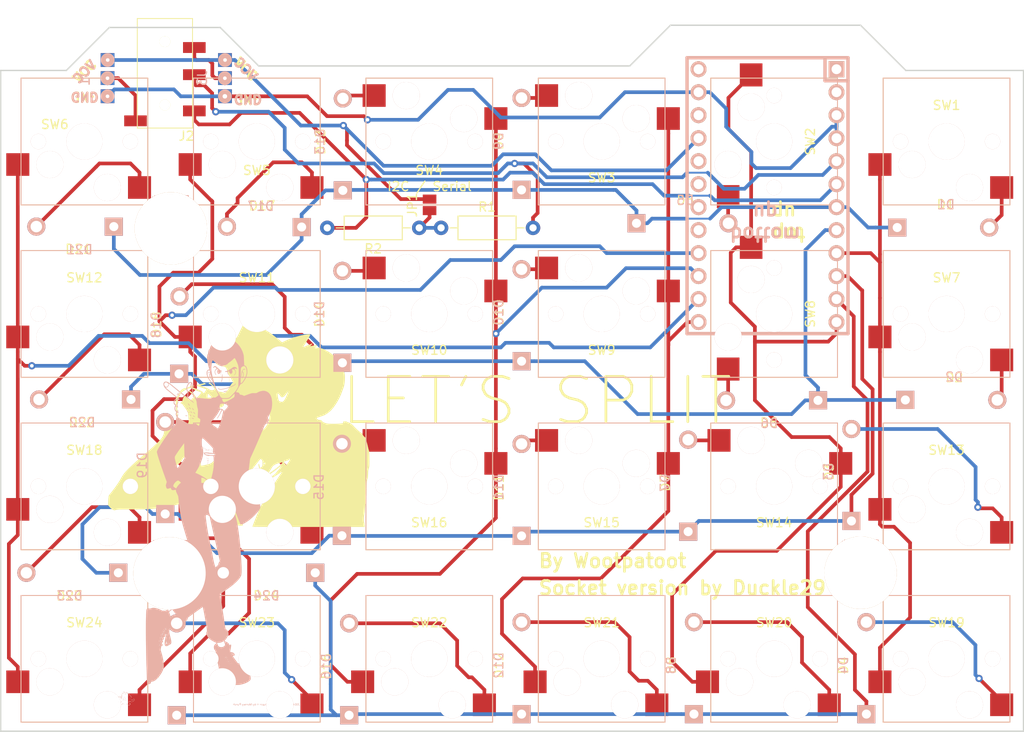
<source format=kicad_pcb>
(kicad_pcb (version 4) (host pcbnew 4.0.1-stable)
  (layers (0 F.Cu signal) (31 B.Cu signal) (34 B.Paste user) (35 F.Paste user) (36 B.SilkS user) (37 F.SilkS user) (38 B.Mask user) (39 F.Mask user) (44 Edge.Cuts user))
  (net 0 "")
  (net 1 "Net-(D1-Pad2)")
  (net 2 row0)
  (net 3 "Net-(D2-Pad2)")
  (net 4 row1)
  (net 5 "Net-(D3-Pad2)")
  (net 6 row2)
  (net 7 "Net-(D4-Pad2)")
  (net 8 row3)
  (net 9 "Net-(D5-Pad2)")
  (net 10 "Net-(D6-Pad2)")
  (net 11 "Net-(D7-Pad2)")
  (net 12 "Net-(D8-Pad2)")
  (net 13 "Net-(D9-Pad2)")
  (net 14 "Net-(D10-Pad2)")
  (net 15 "Net-(D11-Pad2)")
  (net 16 "Net-(D12-Pad2)")
  (net 17 "Net-(D13-Pad2)")
  (net 18 "Net-(D14-Pad2)")
  (net 19 "Net-(D15-Pad2)")
  (net 20 "Net-(D16-Pad2)")
  (net 21 "Net-(D17-Pad2)")
  (net 22 "Net-(D18-Pad2)")
  (net 23 "Net-(D19-Pad2)")
  (net 24 "Net-(D20-Pad2)")
  (net 25 "Net-(D21-Pad2)")
  (net 26 "Net-(D22-Pad2)")
  (net 27 "Net-(D23-Pad2)")
  (net 28 "Net-(D24-Pad2)")
  (net 29 GND)
  (net 30 "Net-(J1-Pad2)")
  (net 31 VCC)
  (net 32 "Net-(J2-Pad4)")
  (net 33 col0)
  (net 34 col1)
  (net 35 col2)
  (net 36 col3)
  (net 37 col4)
  (net 38 col5)
  (net 39 SCL/D3)
  (net 40 SDA)
  (net 41 "Net-(JP1-Pad2)")
  (net 42 "Net-(U1-Pad1)")
  (net 43 "Net-(U1-Pad2)")
  (net 44 "Net-(U1-Pad18)")
  (net 45 "Net-(U1-Pad19)")
  (net 46 "Net-(U1-Pad20)")
  (net 47 "Net-(U1-Pad22)")
  (net 48 "Net-(U1-Pad24)")
  (net 49 "Net-(U1-Pad17)")
  (module plug-in-modules:ArduinoProMicro (layer B.Cu) (at 173.43183 74.664402 270)
    (fp_text reference U1 hide)
    (fp_text value ArduinoProMicro hide)
    (pad 1 thru_hole rect (at -13.97 -7.62 270) (size 1.7526 1.7526) (drill 1.0922) (layers *.Cu *.SilkS *.Mask) (net 42 "Net-(U1-Pad1)"))
    (pad 2 thru_hole circle (at -11.43 -7.62 270) (size 1.7526 1.7526) (drill 1.0922) (layers *.Cu *.SilkS *.Mask) (net 43 "Net-(U1-Pad2)"))
    (pad 3 thru_hole circle (at -8.89 -7.62 270) (size 1.7526 1.7526) (drill 1.0922) (layers *.Cu *.SilkS *.Mask) (net 29 GND))
    (pad 4 thru_hole circle (at -6.35 -7.62 270) (size 1.7526 1.7526) (drill 1.0922) (layers *.Cu *.SilkS *.Mask) (net 29 GND))
    (pad 5 thru_hole circle (at -3.81 -7.62 270) (size 1.7526 1.7526) (drill 1.0922) (layers *.Cu *.SilkS *.Mask) (net 40 SDA))
    (pad 6 thru_hole circle (at -1.27 -7.62 270) (size 1.7526 1.7526) (drill 1.0922) (layers *.Cu *.SilkS *.Mask) (net 39 SCL/D3))
    (pad 7 thru_hole circle (at 1.27 -7.62 270) (size 1.7526 1.7526) (drill 1.0922) (layers *.Cu *.SilkS *.Mask) (net 2 row0))
    (pad 8 thru_hole circle (at 3.81 -7.62 270) (size 1.7526 1.7526) (drill 1.0922) (layers *.Cu *.SilkS *.Mask) (net 4 row1))
    (pad 9 thru_hole circle (at 6.35 -7.62 270) (size 1.7526 1.7526) (drill 1.0922) (layers *.Cu *.SilkS *.Mask) (net 33 col0))
    (pad 10 thru_hole circle (at 8.89 -7.62 270) (size 1.7526 1.7526) (drill 1.0922) (layers *.Cu *.SilkS *.Mask) (net 6 row2))
    (pad 11 thru_hole circle (at 11.43 -7.62 270) (size 1.7526 1.7526) (drill 1.0922) (layers *.Cu *.SilkS *.Mask) (net 8 row3))
    (pad 12 thru_hole circle (at 13.97 -7.62 270) (size 1.7526 1.7526) (drill 1.0922) (layers *.Cu *.SilkS *.Mask) (net 34 col1))
    (pad 13 thru_hole circle (at 13.97 7.62 270) (size 1.7526 1.7526) (drill 1.0922) (layers *.Cu *.SilkS *.Mask) (net 35 col2))
    (pad 14 thru_hole circle (at 11.43 7.62 270) (size 1.7526 1.7526) (drill 1.0922) (layers *.Cu *.SilkS *.Mask) (net 38 col5))
    (pad 15 thru_hole circle (at 8.89 7.62 270) (size 1.7526 1.7526) (drill 1.0922) (layers *.Cu *.SilkS *.Mask) (net 36 col3))
    (pad 16 thru_hole circle (at 6.35 7.62 270) (size 1.7526 1.7526) (drill 1.0922) (layers *.Cu *.SilkS *.Mask) (net 37 col4))
    (pad 17 thru_hole circle (at 3.81 7.62 270) (size 1.7526 1.7526) (drill 1.0922) (layers *.Cu *.SilkS *.Mask) (net 49 "Net-(U1-Pad17)"))
    (pad 18 thru_hole circle (at 1.27 7.62 270) (size 1.7526 1.7526) (drill 1.0922) (layers *.Cu *.SilkS *.Mask) (net 44 "Net-(U1-Pad18)"))
    (pad 19 thru_hole circle (at -1.27 7.62 270) (size 1.7526 1.7526) (drill 1.0922) (layers *.Cu *.SilkS *.Mask) (net 45 "Net-(U1-Pad19)"))
    (pad 22 thru_hole circle (at -8.89 7.62 270) (size 1.7526 1.7526) (drill 1.0922) (layers *.Cu *.SilkS *.Mask) (net 47 "Net-(U1-Pad22)"))
    (pad 23 thru_hole circle (at -11.43 7.62 270) (size 1.7526 1.7526) (drill 1.0922) (layers *.Cu *.SilkS *.Mask) (net 29 GND))
    (pad 24 thru_hole circle (at -13.97 7.62 270) (size 1.7526 1.7526) (drill 1.0922) (layers *.Cu *.SilkS *.Mask) (net 48 "Net-(U1-Pad24)"))
    (pad 20 thru_hole circle (at -3.81 7.62 270) (size 1.7526 1.7526) (drill 1.0922) (layers *.Cu *.SilkS *.Mask) (net 46 "Net-(U1-Pad20)"))
    (pad 21 thru_hole circle (at -6.35 7.62 270) (size 1.7526 1.7526) (drill 1.0922) (layers *.Cu *.SilkS *.Mask) (net 31 VCC))
  )
  (module Kailh-socket (layer B.Cu) (at 174.15983 87.732402 270)
    (fp_text reference SW8 (at 0 -4 270) (layer F.SilkS))
    (fp_text value SW_PUSH)
    (pad "" np_thru_hole circle (at 0 0 270) (size 4 4) (drill 4) (layers *.Cu *.Mask B.SilkS))
    (pad "" np_thru_hole circle (at -5.08 0 270) (size 1.7 1.7) (drill 1.7) (layers *.Cu *.Mask B.SilkS))
    (pad "" np_thru_hole circle (at 5.08 0 270) (size 1.7 1.7) (drill 1.7) (layers *.Cu *.Mask B.SilkS))
    (pad "" np_thru_hole circle (at -3.81 2.54 270) (size 3 3) (drill 3) (layers *.Cu *.Mask B.SilkS))
    (pad "" np_thru_hole circle (at 2.54 5.08 270) (size 3 3) (drill 3) (layers *.Cu *.Mask B.SilkS))
    (pad 2 smd rect (at 6.09 5.08 270) (size 2.55 2.5) (layers F.Cu F.Paste F.Mask) (net 10 "Net-(D6-Pad2)"))
    (pad 1 smd rect (at -7.36 2.54 270) (size 2.55 2.5) (layers F.Cu F.Paste F.Mask) (net 34 col1))
  )
  (module Kailh-socket (layer B.Cu) (at 193.20983 87.732402)
    (fp_text reference SW7 (at 0 -4) (layer F.SilkS))
    (fp_text value SW_PUSH)
    (pad "" np_thru_hole circle (at 0 0) (size 4 4) (drill 4) (layers *.Cu *.Mask B.SilkS))
    (pad "" np_thru_hole circle (at -5.08 0) (size 1.7 1.7) (drill 1.7) (layers *.Cu *.Mask B.SilkS))
    (pad "" np_thru_hole circle (at 5.08 0) (size 1.7 1.7) (drill 1.7) (layers *.Cu *.Mask B.SilkS))
    (pad "" np_thru_hole circle (at -3.81 2.54) (size 3 3) (drill 3) (layers *.Cu *.Mask B.SilkS))
    (pad "" np_thru_hole circle (at 2.54 5.08) (size 3 3) (drill 3) (layers *.Cu *.Mask B.SilkS))
    (pad 2 smd rect (at 6.09 5.08) (size 2.55 2.5) (layers F.Cu F.Paste F.Mask) (net 3 "Net-(D2-Pad2)"))
    (pad 1 smd rect (at -7.36 2.54) (size 2.55 2.5) (layers F.Cu F.Paste F.Mask) (net 33 col0))
  )
  (module Kailh-socket (layer B.Cu) (at 97.95983 125.832402)
    (fp_text reference SW24 (at 0 -4) (layer F.SilkS))
    (fp_text value SW_PUSH)
    (pad "" np_thru_hole circle (at 0 0) (size 4 4) (drill 4) (layers *.Cu *.Mask B.SilkS))
    (pad "" np_thru_hole circle (at -5.08 0) (size 1.7 1.7) (drill 1.7) (layers *.Cu *.Mask B.SilkS))
    (pad "" np_thru_hole circle (at 5.08 0) (size 1.7 1.7) (drill 1.7) (layers *.Cu *.Mask B.SilkS))
    (pad "" np_thru_hole circle (at -3.81 2.54) (size 3 3) (drill 3) (layers *.Cu *.Mask B.SilkS))
    (pad "" np_thru_hole circle (at 2.54 5.08) (size 3 3) (drill 3) (layers *.Cu *.Mask B.SilkS))
    (pad 2 smd rect (at 6.09 5.08) (size 2.55 2.5) (layers F.Cu F.Paste F.Mask) (net 28 "Net-(D24-Pad2)"))
    (pad 1 smd rect (at -7.36 2.54) (size 2.55 2.5) (layers F.Cu F.Paste F.Mask) (net 38 col5))
  )
  (module Kailh-socket (layer B.Cu) (at 117.00983 125.832402)
    (fp_text reference SW23 (at 0 -4) (layer F.SilkS))
    (fp_text value SW_PUSH)
    (pad "" np_thru_hole circle (at 0 0) (size 4 4) (drill 4) (layers *.Cu *.Mask B.SilkS))
    (pad "" np_thru_hole circle (at -5.08 0) (size 1.7 1.7) (drill 1.7) (layers *.Cu *.Mask B.SilkS))
    (pad "" np_thru_hole circle (at 5.08 0) (size 1.7 1.7) (drill 1.7) (layers *.Cu *.Mask B.SilkS))
    (pad "" np_thru_hole circle (at -3.81 2.54) (size 3 3) (drill 3) (layers *.Cu *.Mask B.SilkS))
    (pad "" np_thru_hole circle (at 2.54 5.08) (size 3 3) (drill 3) (layers *.Cu *.Mask B.SilkS))
    (pad 2 smd rect (at 6.09 5.08) (size 2.55 2.5) (layers F.Cu F.Paste F.Mask) (net 24 "Net-(D20-Pad2)"))
    (pad 1 smd rect (at -7.36 2.54) (size 2.55 2.5) (layers F.Cu F.Paste F.Mask) (net 37 col4))
  )
  (module Kailh-socket (layer B.Cu) (at 136.05983 125.832402)
    (fp_text reference SW22 (at 0 -4) (layer F.SilkS))
    (fp_text value SW_PUSH)
    (pad "" np_thru_hole circle (at 0 0) (size 4 4) (drill 4) (layers *.Cu *.Mask B.SilkS))
    (pad "" np_thru_hole circle (at -5.08 0) (size 1.7 1.7) (drill 1.7) (layers *.Cu *.Mask B.SilkS))
    (pad "" np_thru_hole circle (at 5.08 0) (size 1.7 1.7) (drill 1.7) (layers *.Cu *.Mask B.SilkS))
    (pad "" np_thru_hole circle (at -3.81 2.54) (size 3 3) (drill 3) (layers *.Cu *.Mask B.SilkS))
    (pad "" np_thru_hole circle (at 2.54 5.08) (size 3 3) (drill 3) (layers *.Cu *.Mask B.SilkS))
    (pad 2 smd rect (at 6.09 5.08) (size 2.55 2.5) (layers F.Cu F.Paste F.Mask) (net 20 "Net-(D16-Pad2)"))
    (pad 1 smd rect (at -7.36 2.54) (size 2.55 2.5) (layers F.Cu F.Paste F.Mask) (net 36 col3))
  )
  (module Kailh-socket (layer B.Cu) (at 155.10983 125.832402)
    (fp_text reference SW21 (at 0 -4) (layer F.SilkS))
    (fp_text value SW_PUSH)
    (pad "" np_thru_hole circle (at 0 0) (size 4 4) (drill 4) (layers *.Cu *.Mask B.SilkS))
    (pad "" np_thru_hole circle (at -5.08 0) (size 1.7 1.7) (drill 1.7) (layers *.Cu *.Mask B.SilkS))
    (pad "" np_thru_hole circle (at 5.08 0) (size 1.7 1.7) (drill 1.7) (layers *.Cu *.Mask B.SilkS))
    (pad "" np_thru_hole circle (at -3.81 2.54) (size 3 3) (drill 3) (layers *.Cu *.Mask B.SilkS))
    (pad "" np_thru_hole circle (at 2.54 5.08) (size 3 3) (drill 3) (layers *.Cu *.Mask B.SilkS))
    (pad 2 smd rect (at 6.09 5.08) (size 2.55 2.5) (layers F.Cu F.Paste F.Mask) (net 16 "Net-(D12-Pad2)"))
    (pad 1 smd rect (at -7.36 2.54) (size 2.55 2.5) (layers F.Cu F.Paste F.Mask) (net 35 col2))
  )
  (module Kailh-socket (layer B.Cu) (at 174.15983 125.832402)
    (fp_text reference SW20 (at 0 -4) (layer F.SilkS))
    (fp_text value SW_PUSH)
    (pad "" np_thru_hole circle (at 0 0) (size 4 4) (drill 4) (layers *.Cu *.Mask B.SilkS))
    (pad "" np_thru_hole circle (at -5.08 0) (size 1.7 1.7) (drill 1.7) (layers *.Cu *.Mask B.SilkS))
    (pad "" np_thru_hole circle (at 5.08 0) (size 1.7 1.7) (drill 1.7) (layers *.Cu *.Mask B.SilkS))
    (pad "" np_thru_hole circle (at -3.81 2.54) (size 3 3) (drill 3) (layers *.Cu *.Mask B.SilkS))
    (pad "" np_thru_hole circle (at 2.54 5.08) (size 3 3) (drill 3) (layers *.Cu *.Mask B.SilkS))
    (pad 2 smd rect (at 6.09 5.08) (size 2.55 2.5) (layers F.Cu F.Paste F.Mask) (net 12 "Net-(D8-Pad2)"))
    (pad 1 smd rect (at -7.36 2.54) (size 2.55 2.5) (layers F.Cu F.Paste F.Mask) (net 34 col1))
  )
  (module Kailh-socket (layer B.Cu) (at 193.20983 125.832402)
    (fp_text reference SW19 (at 0 -4) (layer F.SilkS))
    (fp_text value SW_PUSH)
    (pad "" np_thru_hole circle (at 0 0) (size 4 4) (drill 4) (layers *.Cu *.Mask B.SilkS))
    (pad "" np_thru_hole circle (at -5.08 0) (size 1.7 1.7) (drill 1.7) (layers *.Cu *.Mask B.SilkS))
    (pad "" np_thru_hole circle (at 5.08 0) (size 1.7 1.7) (drill 1.7) (layers *.Cu *.Mask B.SilkS))
    (pad "" np_thru_hole circle (at -3.81 2.54) (size 3 3) (drill 3) (layers *.Cu *.Mask B.SilkS))
    (pad "" np_thru_hole circle (at 2.54 5.08) (size 3 3) (drill 3) (layers *.Cu *.Mask B.SilkS))
    (pad 2 smd rect (at 6.09 5.08) (size 2.55 2.5) (layers F.Cu F.Paste F.Mask) (net 7 "Net-(D4-Pad2)"))
    (pad 1 smd rect (at -7.36 2.54) (size 2.55 2.5) (layers F.Cu F.Paste F.Mask) (net 33 col0))
  )
  (module Kailh-socket (layer B.Cu) (at 97.95983 106.782402)
    (fp_text reference SW18 (at 0 -4) (layer F.SilkS))
    (fp_text value SW_PUSH)
    (pad "" np_thru_hole circle (at 0 0) (size 4 4) (drill 4) (layers *.Cu *.Mask B.SilkS))
    (pad "" np_thru_hole circle (at -5.08 0) (size 1.7 1.7) (drill 1.7) (layers *.Cu *.Mask B.SilkS))
    (pad "" np_thru_hole circle (at 5.08 0) (size 1.7 1.7) (drill 1.7) (layers *.Cu *.Mask B.SilkS))
    (pad "" np_thru_hole circle (at -3.81 2.54) (size 3 3) (drill 3) (layers *.Cu *.Mask B.SilkS))
    (pad "" np_thru_hole circle (at 2.54 5.08) (size 3 3) (drill 3) (layers *.Cu *.Mask B.SilkS))
    (pad 2 smd rect (at 6.09 5.08) (size 2.55 2.5) (layers F.Cu F.Paste F.Mask) (net 27 "Net-(D23-Pad2)"))
    (pad 1 smd rect (at -7.36 2.54) (size 2.55 2.5) (layers F.Cu F.Paste F.Mask) (net 38 col5))
  )
  (module Kailh-socket (layer B.Cu) (at 117.00983 106.782402)
    (fp_text reference SW17 (at 0 -4) (layer F.SilkS))
    (fp_text value SW_PUSH)
    (pad "" np_thru_hole circle (at 0 0) (size 4 4) (drill 4) (layers *.Cu *.Mask B.SilkS))
    (pad "" np_thru_hole circle (at -5.08 0) (size 1.7 1.7) (drill 1.7) (layers *.Cu *.Mask B.SilkS))
    (pad "" np_thru_hole circle (at 5.08 0) (size 1.7 1.7) (drill 1.7) (layers *.Cu *.Mask B.SilkS))
    (pad "" np_thru_hole circle (at -3.81 2.54) (size 3 3) (drill 3) (layers *.Cu *.Mask B.SilkS))
    (pad "" np_thru_hole circle (at 2.54 5.08) (size 3 3) (drill 3) (layers *.Cu *.Mask B.SilkS))
    (pad 2 smd rect (at 6.09 5.08) (size 2.55 2.5) (layers F.Cu F.Paste F.Mask) (net 23 "Net-(D19-Pad2)"))
    (pad 1 smd rect (at -7.36 2.54) (size 2.55 2.5) (layers F.Cu F.Paste F.Mask) (net 37 col4))
  )
  (module Kailh-socket (layer B.Cu) (at 136.05983 106.782402 180)
    (fp_text reference SW16 (at 0 -4 180) (layer F.SilkS))
    (fp_text value SW_PUSH)
    (pad "" np_thru_hole circle (at 0 0 180) (size 4 4) (drill 4) (layers *.Cu *.Mask B.SilkS))
    (pad "" np_thru_hole circle (at -5.08 0 180) (size 1.7 1.7) (drill 1.7) (layers *.Cu *.Mask B.SilkS))
    (pad "" np_thru_hole circle (at 5.08 0 180) (size 1.7 1.7) (drill 1.7) (layers *.Cu *.Mask B.SilkS))
    (pad "" np_thru_hole circle (at -3.81 2.54 180) (size 3 3) (drill 3) (layers *.Cu *.Mask B.SilkS))
    (pad "" np_thru_hole circle (at 2.54 5.08 180) (size 3 3) (drill 3) (layers *.Cu *.Mask B.SilkS))
    (pad 2 smd rect (at 6.09 5.08 180) (size 2.55 2.5) (layers F.Cu F.Paste F.Mask) (net 19 "Net-(D15-Pad2)"))
    (pad 1 smd rect (at -7.36 2.54 180) (size 2.55 2.5) (layers F.Cu F.Paste F.Mask) (net 36 col3))
  )
  (module Kailh-socket (layer B.Cu) (at 155.10983 106.782402 180)
    (fp_text reference SW15 (at 0 -4 180) (layer F.SilkS))
    (fp_text value SW_PUSH)
    (pad "" np_thru_hole circle (at 0 0 180) (size 4 4) (drill 4) (layers *.Cu *.Mask B.SilkS))
    (pad "" np_thru_hole circle (at -5.08 0 180) (size 1.7 1.7) (drill 1.7) (layers *.Cu *.Mask B.SilkS))
    (pad "" np_thru_hole circle (at 5.08 0 180) (size 1.7 1.7) (drill 1.7) (layers *.Cu *.Mask B.SilkS))
    (pad "" np_thru_hole circle (at -3.81 2.54 180) (size 3 3) (drill 3) (layers *.Cu *.Mask B.SilkS))
    (pad "" np_thru_hole circle (at 2.54 5.08 180) (size 3 3) (drill 3) (layers *.Cu *.Mask B.SilkS))
    (pad 2 smd rect (at 6.09 5.08 180) (size 2.55 2.5) (layers F.Cu F.Paste F.Mask) (net 15 "Net-(D11-Pad2)"))
    (pad 1 smd rect (at -7.36 2.54 180) (size 2.55 2.5) (layers F.Cu F.Paste F.Mask) (net 35 col2))
  )
  (module Kailh-socket (layer B.Cu) (at 174.15983 106.782402 180)
    (fp_text reference SW14 (at 0 -4 180) (layer F.SilkS))
    (fp_text value SW_PUSH)
    (pad "" np_thru_hole circle (at 0 0 180) (size 4 4) (drill 4) (layers *.Cu *.Mask B.SilkS))
    (pad "" np_thru_hole circle (at -5.08 0 180) (size 1.7 1.7) (drill 1.7) (layers *.Cu *.Mask B.SilkS))
    (pad "" np_thru_hole circle (at 5.08 0 180) (size 1.7 1.7) (drill 1.7) (layers *.Cu *.Mask B.SilkS))
    (pad "" np_thru_hole circle (at -3.81 2.54 180) (size 3 3) (drill 3) (layers *.Cu *.Mask B.SilkS))
    (pad "" np_thru_hole circle (at 2.54 5.08 180) (size 3 3) (drill 3) (layers *.Cu *.Mask B.SilkS))
    (pad 2 smd rect (at 6.09 5.08 180) (size 2.55 2.5) (layers F.Cu F.Paste F.Mask) (net 11 "Net-(D7-Pad2)"))
    (pad 1 smd rect (at -7.36 2.54 180) (size 2.55 2.5) (layers F.Cu F.Paste F.Mask) (net 34 col1))
  )
  (module Kailh-socket (layer B.Cu) (at 193.20983 106.782402)
    (fp_text reference SW13 (at 0 -4) (layer F.SilkS))
    (fp_text value SW_PUSH)
    (pad "" np_thru_hole circle (at 0 0) (size 4 4) (drill 4) (layers *.Cu *.Mask B.SilkS))
    (pad "" np_thru_hole circle (at -5.08 0) (size 1.7 1.7) (drill 1.7) (layers *.Cu *.Mask B.SilkS))
    (pad "" np_thru_hole circle (at 5.08 0) (size 1.7 1.7) (drill 1.7) (layers *.Cu *.Mask B.SilkS))
    (pad "" np_thru_hole circle (at -3.81 2.54) (size 3 3) (drill 3) (layers *.Cu *.Mask B.SilkS))
    (pad "" np_thru_hole circle (at 2.54 5.08) (size 3 3) (drill 3) (layers *.Cu *.Mask B.SilkS))
    (pad 2 smd rect (at 6.09 5.08) (size 2.55 2.5) (layers F.Cu F.Paste F.Mask) (net 5 "Net-(D3-Pad2)"))
    (pad 1 smd rect (at -7.36 2.54) (size 2.55 2.5) (layers F.Cu F.Paste F.Mask) (net 33 col0))
  )
  (module Kailh-socket (layer B.Cu) (at 97.95983 87.732402)
    (fp_text reference SW12 (at 0 -4) (layer F.SilkS))
    (fp_text value SW_PUSH)
    (pad "" np_thru_hole circle (at 0 0) (size 4 4) (drill 4) (layers *.Cu *.Mask B.SilkS))
    (pad "" np_thru_hole circle (at -5.08 0) (size 1.7 1.7) (drill 1.7) (layers *.Cu *.Mask B.SilkS))
    (pad "" np_thru_hole circle (at 5.08 0) (size 1.7 1.7) (drill 1.7) (layers *.Cu *.Mask B.SilkS))
    (pad "" np_thru_hole circle (at -3.81 2.54) (size 3 3) (drill 3) (layers *.Cu *.Mask B.SilkS))
    (pad "" np_thru_hole circle (at 2.54 5.08) (size 3 3) (drill 3) (layers *.Cu *.Mask B.SilkS))
    (pad 2 smd rect (at 6.09 5.08) (size 2.55 2.5) (layers F.Cu F.Paste F.Mask) (net 26 "Net-(D22-Pad2)"))
    (pad 1 smd rect (at -7.36 2.54) (size 2.55 2.5) (layers F.Cu F.Paste F.Mask) (net 38 col5))
  )
  (module Kailh-socket (layer B.Cu) (at 117.00983 87.732402)
    (fp_text reference SW11 (at 0 -4) (layer F.SilkS))
    (fp_text value SW_PUSH)
    (pad "" np_thru_hole circle (at 0 0) (size 4 4) (drill 4) (layers *.Cu *.Mask B.SilkS))
    (pad "" np_thru_hole circle (at -5.08 0) (size 1.7 1.7) (drill 1.7) (layers *.Cu *.Mask B.SilkS))
    (pad "" np_thru_hole circle (at 5.08 0) (size 1.7 1.7) (drill 1.7) (layers *.Cu *.Mask B.SilkS))
    (pad "" np_thru_hole circle (at -3.81 2.54) (size 3 3) (drill 3) (layers *.Cu *.Mask B.SilkS))
    (pad "" np_thru_hole circle (at 2.54 5.08) (size 3 3) (drill 3) (layers *.Cu *.Mask B.SilkS))
    (pad 2 smd rect (at 6.09 5.08) (size 2.55 2.5) (layers F.Cu F.Paste F.Mask) (net 22 "Net-(D18-Pad2)"))
    (pad 1 smd rect (at -7.36 2.54) (size 2.55 2.5) (layers F.Cu F.Paste F.Mask) (net 37 col4))
  )
  (module Kailh-socket (layer B.Cu) (at 136.05983 87.732402 180)
    (fp_text reference SW10 (at 0 -4 180) (layer F.SilkS))
    (fp_text value SW_PUSH)
    (pad "" np_thru_hole circle (at 0 0 180) (size 4 4) (drill 4) (layers *.Cu *.Mask B.SilkS))
    (pad "" np_thru_hole circle (at -5.08 0 180) (size 1.7 1.7) (drill 1.7) (layers *.Cu *.Mask B.SilkS))
    (pad "" np_thru_hole circle (at 5.08 0 180) (size 1.7 1.7) (drill 1.7) (layers *.Cu *.Mask B.SilkS))
    (pad "" np_thru_hole circle (at -3.81 2.54 180) (size 3 3) (drill 3) (layers *.Cu *.Mask B.SilkS))
    (pad "" np_thru_hole circle (at 2.54 5.08 180) (size 3 3) (drill 3) (layers *.Cu *.Mask B.SilkS))
    (pad 2 smd rect (at 6.09 5.08 180) (size 2.55 2.5) (layers F.Cu F.Paste F.Mask) (net 18 "Net-(D14-Pad2)"))
    (pad 1 smd rect (at -7.36 2.54 180) (size 2.55 2.5) (layers F.Cu F.Paste F.Mask) (net 36 col3))
  )
  (module Kailh-socket (layer B.Cu) (at 155.10983 87.732402 180)
    (fp_text reference SW9 (at 0 -4 180) (layer F.SilkS))
    (fp_text value SW_PUSH)
    (pad "" np_thru_hole circle (at 0 0 180) (size 4 4) (drill 4) (layers *.Cu *.Mask B.SilkS))
    (pad "" np_thru_hole circle (at -5.08 0 180) (size 1.7 1.7) (drill 1.7) (layers *.Cu *.Mask B.SilkS))
    (pad "" np_thru_hole circle (at 5.08 0 180) (size 1.7 1.7) (drill 1.7) (layers *.Cu *.Mask B.SilkS))
    (pad "" np_thru_hole circle (at -3.81 2.54 180) (size 3 3) (drill 3) (layers *.Cu *.Mask B.SilkS))
    (pad "" np_thru_hole circle (at 2.54 5.08 180) (size 3 3) (drill 3) (layers *.Cu *.Mask B.SilkS))
    (pad 2 smd rect (at 6.09 5.08 180) (size 2.55 2.5) (layers F.Cu F.Paste F.Mask) (net 14 "Net-(D10-Pad2)"))
    (pad 1 smd rect (at -7.36 2.54 180) (size 2.55 2.5) (layers F.Cu F.Paste F.Mask) (net 35 col2))
  )
  (module Kailh-socket (layer B.Cu) (at 97.95983 68.682402)
    (fp_text reference SW6 (at -3.268 -1.892) (layer F.SilkS))
    (fp_text value SW_PUSH)
    (pad "" np_thru_hole circle (at 0 0) (size 4 4) (drill 4) (layers *.Cu *.Mask B.SilkS))
    (pad "" np_thru_hole circle (at -5.08 0) (size 1.7 1.7) (drill 1.7) (layers *.Cu *.Mask B.SilkS))
    (pad "" np_thru_hole circle (at 5.08 0) (size 1.7 1.7) (drill 1.7) (layers *.Cu *.Mask B.SilkS))
    (pad "" np_thru_hole circle (at -3.81 2.54) (size 3 3) (drill 3) (layers *.Cu *.Mask B.SilkS))
    (pad "" np_thru_hole circle (at 2.54 5.08) (size 3 3) (drill 3) (layers *.Cu *.Mask B.SilkS))
    (pad 2 smd rect (at 6.09 5.08) (size 2.55 2.5) (layers F.Cu F.Paste F.Mask) (net 25 "Net-(D21-Pad2)"))
    (pad 1 smd rect (at -7.36 2.54) (size 2.55 2.5) (layers F.Cu F.Paste F.Mask) (net 38 col5))
  )
  (module Kailh-socket (layer B.Cu) (at 117.00983 68.682402)
    (fp_text reference SW5 (at 0 3.188) (layer F.SilkS))
    (fp_text value SW_PUSH)
    (pad "" np_thru_hole circle (at 0 0) (size 4 4) (drill 4) (layers *.Cu *.Mask B.SilkS))
    (pad "" np_thru_hole circle (at -5.08 0) (size 1.7 1.7) (drill 1.7) (layers *.Cu *.Mask B.SilkS))
    (pad "" np_thru_hole circle (at 5.08 0) (size 1.7 1.7) (drill 1.7) (layers *.Cu *.Mask B.SilkS))
    (pad "" np_thru_hole circle (at -3.81 2.54) (size 3 3) (drill 3) (layers *.Cu *.Mask B.SilkS))
    (pad "" np_thru_hole circle (at 2.54 5.08) (size 3 3) (drill 3) (layers *.Cu *.Mask B.SilkS))
    (pad 2 smd rect (at 6.09 5.08) (size 2.55 2.5) (layers F.Cu F.Paste F.Mask) (net 21 "Net-(D17-Pad2)"))
    (pad 1 smd rect (at -7.36 2.54) (size 2.55 2.5) (layers F.Cu F.Paste F.Mask) (net 37 col4))
  )
  (module Kailh-socket (layer B.Cu) (at 136.05983 68.682402 180)
    (fp_text reference SW4 (at 0 -3.188 180) (layer F.SilkS))
    (fp_text value SW_PUSH)
    (pad "" np_thru_hole circle (at 0 0 180) (size 4 4) (drill 4) (layers *.Cu *.Mask B.SilkS))
    (pad "" np_thru_hole circle (at -5.08 0 180) (size 1.7 1.7) (drill 1.7) (layers *.Cu *.Mask B.SilkS))
    (pad "" np_thru_hole circle (at 5.08 0 180) (size 1.7 1.7) (drill 1.7) (layers *.Cu *.Mask B.SilkS))
    (pad "" np_thru_hole circle (at -3.81 2.54 180) (size 3 3) (drill 3) (layers *.Cu *.Mask B.SilkS))
    (pad "" np_thru_hole circle (at 2.54 5.08 180) (size 3 3) (drill 3) (layers *.Cu *.Mask B.SilkS))
    (pad 2 smd rect (at 6.09 5.08 180) (size 2.55 2.5) (layers F.Cu F.Paste F.Mask) (net 17 "Net-(D13-Pad2)"))
    (pad 1 smd rect (at -7.36 2.54 180) (size 2.55 2.5) (layers F.Cu F.Paste F.Mask) (net 36 col3))
  )
  (module Kailh-socket (layer B.Cu) (at 155.10983 68.682402 180)
    (fp_text reference SW3 (at 0 -4 180) (layer F.SilkS))
    (fp_text value SW_PUSH)
    (pad "" np_thru_hole circle (at 0 0 180) (size 4 4) (drill 4) (layers *.Cu *.Mask B.SilkS))
    (pad "" np_thru_hole circle (at -5.08 0 180) (size 1.7 1.7) (drill 1.7) (layers *.Cu *.Mask B.SilkS))
    (pad "" np_thru_hole circle (at 5.08 0 180) (size 1.7 1.7) (drill 1.7) (layers *.Cu *.Mask B.SilkS))
    (pad "" np_thru_hole circle (at -3.81 2.54 180) (size 3 3) (drill 3) (layers *.Cu *.Mask B.SilkS))
    (pad "" np_thru_hole circle (at 2.54 5.08 180) (size 3 3) (drill 3) (layers *.Cu *.Mask B.SilkS))
    (pad 2 smd rect (at 6.09 5.08 180) (size 2.55 2.5) (layers F.Cu F.Paste F.Mask) (net 13 "Net-(D9-Pad2)"))
    (pad 1 smd rect (at -7.36 2.54 180) (size 2.55 2.5) (layers F.Cu F.Paste F.Mask) (net 35 col2))
  )
  (module Kailh-socket (layer B.Cu) (at 174.15983 68.682402 270)
    (fp_text reference SW2 (at 0 -4 270) (layer F.SilkS))
    (fp_text value SW_PUSH)
    (pad "" np_thru_hole circle (at 0 0 270) (size 4 4) (drill 4) (layers *.Cu *.Mask B.SilkS))
    (pad "" np_thru_hole circle (at -5.08 0 270) (size 1.7 1.7) (drill 1.7) (layers *.Cu *.Mask B.SilkS))
    (pad "" np_thru_hole circle (at 5.08 0 270) (size 1.7 1.7) (drill 1.7) (layers *.Cu *.Mask B.SilkS))
    (pad "" np_thru_hole circle (at -3.81 2.54 270) (size 3 3) (drill 3) (layers *.Cu *.Mask B.SilkS))
    (pad "" np_thru_hole circle (at 2.54 5.08 270) (size 3 3) (drill 3) (layers *.Cu *.Mask B.SilkS))
    (pad 2 smd rect (at 6.09 5.08 270) (size 2.55 2.5) (layers F.Cu F.Paste F.Mask) (net 9 "Net-(D5-Pad2)"))
    (pad 1 smd rect (at -7.36 2.54 270) (size 2.55 2.5) (layers F.Cu F.Paste F.Mask) (net 34 col1))
  )
  (module Kailh-socket (layer B.Cu) (at 193.20983 68.682402)
    (fp_text reference SW1 (at 0 -4) (layer F.SilkS))
    (fp_text value SW_PUSH)
    (pad "" np_thru_hole circle (at 0 0) (size 4 4) (drill 4) (layers *.Cu *.Mask B.SilkS))
    (pad "" np_thru_hole circle (at -5.08 0) (size 1.7 1.7) (drill 1.7) (layers *.Cu *.Mask B.SilkS))
    (pad "" np_thru_hole circle (at 5.08 0) (size 1.7 1.7) (drill 1.7) (layers *.Cu *.Mask B.SilkS))
    (pad "" np_thru_hole circle (at -3.81 2.54) (size 3 3) (drill 3) (layers *.Cu *.Mask B.SilkS))
    (pad "" np_thru_hole circle (at 2.54 5.08) (size 3 3) (drill 3) (layers *.Cu *.Mask B.SilkS))
    (pad 2 smd rect (at 6.09 5.08) (size 2.55 2.5) (layers F.Cu F.Paste F.Mask) (net 1 "Net-(D1-Pad2)"))
    (pad 1 smd rect (at -7.36 2.54) (size 2.55 2.5) (layers F.Cu F.Paste F.Mask) (net 33 col0))
  )
  (module Diodes_ThroughHole:Diode_DO-41_SOD81_Horizontal_RM10 (layer B.Cu) (at 101.70983 116.332402 180)
    (fp_text reference D23 (at 5.38734 -2.53746 180) (layer B.SilkS) (effects (justify mirror)))
    (fp_text value D)
    (fp_text user D23 (at 5.4 -2.54 180) (layer F.SilkS))
    (pad 2 thru_hole circle (at 10.16 0.00254) (size 1.99898 1.99898) (drill 1.27) (layers *.Cu *.Mask B.SilkS) (net 27 "Net-(D23-Pad2)"))
    (pad 1 thru_hole rect (at 0 0.00254) (size 1.99898 1.99898) (drill 1.00076) (layers *.Cu *.Mask B.SilkS) (net 6 row2))
  )
  (module jumper-3pin-smd-dualside (layer B.Cu) (at 98.52383 61.678402 90)
    (fp_text reference J1 (at 0 -0.5 90) (layer B.SilkS) (effects (justify mirror)))
    (fp_text value 3PIN)
    (pad 1 smd rect (at -2 2 90) (size 1.524 1.524) (layers B.Cu B.Paste B.Mask) (net 29 GND))
    (pad 2 smd rect (at 0 2 90) (size 1.524 1.524) (layers B.Cu B.Paste B.Mask) (net 30 "Net-(J1-Pad2)"))
    (pad 3 smd rect (at 2 2 90) (size 1.524 1.524) (layers B.Cu B.Paste B.Mask) (net 31 VCC))
    (pad 1 smd rect (at -2 2 90) (size 1.524 1.524) (layers F.Cu B.Paste B.Mask) (net 29 GND))
    (pad 2 smd rect (at 0 2 90) (size 1.524 1.524) (layers F.Cu B.Paste B.Mask) (net 30 "Net-(J1-Pad2)"))
    (pad 3 smd rect (at 2 2 90) (size 1.524 1.524) (layers F.Cu B.Paste B.Mask) (net 31 VCC))
    (pad 2 thru_hole circle (at -0.01 1.99 90) (size 1.524 1.524) (drill 0.4) (layers *.Cu *.Mask B.SilkS) (net 30 "Net-(J1-Pad2)"))
    (pad 3 thru_hole circle (at 2 2.01 90) (size 1.524 1.524) (drill 0.4) (layers *.Cu *.Mask B.SilkS) (net 31 VCC))
    (pad 1 thru_hole circle (at -2.01 1.99 90) (size 1.524 1.524) (drill 0.4) (layers *.Cu *.Mask B.SilkS) (net 29 GND))
  )
  (module jumper-3pin-smd-dualside (layer B.Cu) (at 111.48783 61.678402 90)
    (fp_text reference J3 (at 0 -0.5 90) (layer B.SilkS) (effects (justify mirror)))
    (fp_text value 3PIN)
    (pad 1 smd rect (at -2 2 90) (size 1.524 1.524) (layers B.Cu B.Paste B.Mask) (net 29 GND))
    (pad 2 smd rect (at 0 2 90) (size 1.524 1.524) (layers B.Cu B.Paste B.Mask) (net 32 "Net-(J2-Pad4)"))
    (pad 3 smd rect (at 2 2 90) (size 1.524 1.524) (layers B.Cu B.Paste B.Mask) (net 31 VCC))
    (pad 1 smd rect (at -2 2 90) (size 1.524 1.524) (layers F.Cu B.Paste B.Mask) (net 29 GND))
    (pad 2 smd rect (at 0 2 90) (size 1.524 1.524) (layers F.Cu B.Paste B.Mask) (net 32 "Net-(J2-Pad4)"))
    (pad 3 smd rect (at 2 2 90) (size 1.524 1.524) (layers F.Cu B.Paste B.Mask) (net 31 VCC))
    (pad 2 thru_hole circle (at -0.01 1.99 90) (size 1.524 1.524) (drill 0.4) (layers *.Cu *.Mask B.SilkS) (net 32 "Net-(J2-Pad4)"))
    (pad 3 thru_hole circle (at 2 2.01 90) (size 1.524 1.524) (drill 0.4) (layers *.Cu *.Mask B.SilkS) (net 31 VCC))
    (pad 1 thru_hole circle (at -2.01 1.99 90) (size 1.524 1.524) (drill 0.5) (layers *.Cu *.Mask B.SilkS) (net 29 GND))
  )
  (module Connect:1pin (layer B.Cu) (at 107.50983 78.282402 180)
    (fp_text reference REF** (at 0 3.048 180) (layer B.SilkS) (effects (justify mirror)))
    (fp_text value 1pin)
    (pad "" np_thru_hole circle (at 0 0 180) (size 8 8) (drill 8) (layers *.Cu *.SilkS *.Mask))
  )
  (module Connect:1pin (layer B.Cu) (at 107.35983 116.382402 180)
    (fp_text reference REF** (at 0 3.048 180) (layer B.SilkS) (effects (justify mirror)))
    (fp_text value 1pin)
    (pad "" np_thru_hole circle (at 0 0 180) (size 8 8) (drill 8) (layers *.Cu *.SilkS *.Mask))
  )
  (module Diodes_ThroughHole:Diode_DO-41_SOD81_Horizontal_RM10 (layer B.Cu) (at 108.15383 132.068402 90)
    (fp_text reference D20 (at 5.38734 -2.53746 90) (layer B.SilkS) (effects (justify mirror)))
    (fp_text value D)
    (fp_text user D20 (at 5.41 -2.54 90) (layer F.SilkS))
    (pad 2 thru_hole circle (at 10.16 0.00254 270) (size 1.99898 1.99898) (drill 1.27) (layers *.Cu *.Mask B.SilkS) (net 24 "Net-(D20-Pad2)"))
    (pad 1 thru_hole rect (at 0 0.00254 270) (size 1.99898 1.99898) (drill 1.00076) (layers *.Cu *.Mask B.SilkS) (net 8 row3))
  )
  (module Diodes_ThroughHole:Diode_DO-41_SOD81_Horizontal_RM10 (layer B.Cu) (at 165.30129 131.941402 90)
    (fp_text reference D8 (at 5.38734 -2.53746 90) (layer B.SilkS) (effects (justify mirror)))
    (fp_text value D)
    (fp_text user D8 (at 5.4 -2.53 90) (layer F.SilkS))
    (pad 2 thru_hole circle (at 10.16 0.00254 270) (size 1.99898 1.99898) (drill 1.27) (layers *.Cu *.Mask B.SilkS) (net 12 "Net-(D8-Pad2)"))
    (pad 1 thru_hole rect (at 0 0.00254 270) (size 1.99898 1.99898) (drill 1.00076) (layers *.Cu *.Mask B.SilkS) (net 8 row3))
  )
  (module Diodes_ThroughHole:Diode_DO-41_SOD81_Horizontal_RM10 (layer B.Cu) (at 146.25383 131.941402 90)
    (fp_text reference D12 (at 5.38734 -2.53746 90) (layer B.SilkS) (effects (justify mirror)))
    (fp_text value D)
    (fp_text user D12 (at 5.39 -2.52 90) (layer F.SilkS))
    (pad 2 thru_hole circle (at 10.16 0.00254 270) (size 1.99898 1.99898) (drill 1.27) (layers *.Cu *.Mask B.SilkS) (net 16 "Net-(D12-Pad2)"))
    (pad 1 thru_hole rect (at 0 0.00254 270) (size 1.99898 1.99898) (drill 1.00076) (layers *.Cu *.Mask B.SilkS) (net 8 row3))
  )
  (module Diodes_ThroughHole:Diode_DO-41_SOD81_Horizontal_RM10 (layer B.Cu) (at 127.20129 132.068402 90)
    (fp_text reference D16 (at 5.38734 -2.53746 90) (layer B.SilkS) (effects (justify mirror)))
    (fp_text value D)
    (fp_text user D16 (at 5.41 -2.51 90) (layer F.SilkS))
    (pad 2 thru_hole circle (at 10.16 0.00254 270) (size 1.99898 1.99898) (drill 1.27) (layers *.Cu *.Mask B.SilkS) (net 20 "Net-(D16-Pad2)"))
    (pad 1 thru_hole rect (at 0 0.00254 270) (size 1.99898 1.99898) (drill 1.00076) (layers *.Cu *.Mask B.SilkS) (net 8 row3))
  )
  (module Diodes_ThroughHole:Diode_DO-41_SOD81_Horizontal_RM10 (layer B.Cu) (at 123.45983 116.332402 180)
    (fp_text reference D24 (at 5.38734 -2.53746 180) (layer B.SilkS) (effects (justify mirror)))
    (fp_text value D)
    (fp_text user D24 (at 5.39 -2.53 180) (layer F.SilkS))
    (pad 2 thru_hole circle (at 10.16 0.00254) (size 1.99898 1.99898) (drill 1.27) (layers *.Cu *.Mask B.SilkS) (net 28 "Net-(D24-Pad2)"))
    (pad 1 thru_hole rect (at 0 0.00254) (size 1.99898 1.99898) (drill 1.00076) (layers *.Cu *.Mask B.SilkS) (net 8 row3))
  )
  (module Diodes_ThroughHole:Diode_DO-41_SOD81_Horizontal_RM10 (layer B.Cu) (at 103.10983 97.182402 180)
    (fp_text reference D22 (at 5.38734 -2.53746 180) (layer B.SilkS) (effects (justify mirror)))
    (fp_text value D)
    (fp_text user D22 (at 5.43 -2.54 180) (layer F.SilkS))
    (pad 2 thru_hole circle (at 10.16 0.00254) (size 1.99898 1.99898) (drill 1.27) (layers *.Cu *.Mask B.SilkS) (net 26 "Net-(D22-Pad2)"))
    (pad 1 thru_hole rect (at 0 0.00254) (size 1.99898 1.99898) (drill 1.00076) (layers *.Cu *.Mask B.SilkS) (net 4 row1))
  )
  (module Diodes_ThroughHole:Diode_DO-41_SOD81_Horizontal_RM10 (layer B.Cu) (at 126.40983 112.232402 90)
    (fp_text reference D15 (at 5.38734 -2.53746 90) (layer B.SilkS) (effects (justify mirror)))
    (fp_text value D)
    (fp_text user D15 (at 5.4 -2.53 90) (layer F.SilkS))
    (pad 2 thru_hole circle (at 10.16 0.00254 270) (size 1.99898 1.99898) (drill 1.27) (layers *.Cu *.Mask B.SilkS) (net 19 "Net-(D15-Pad2)"))
    (pad 1 thru_hole rect (at 0 0.00254 270) (size 1.99898 1.99898) (drill 1.00076) (layers *.Cu *.Mask B.SilkS) (net 6 row2))
  )
  (module Diodes_ThroughHole:Diode_DO-41_SOD81_Horizontal_RM10 (layer B.Cu) (at 146.25383 112.256402 90)
    (fp_text reference D11 (at 5.38734 -2.53746 90) (layer B.SilkS) (effects (justify mirror)))
    (fp_text value D)
    (fp_text user D11 (at 5.34 -2.47 90) (layer F.SilkS))
    (pad 2 thru_hole circle (at 10.16 0.00254 270) (size 1.99898 1.99898) (drill 1.27) (layers *.Cu *.Mask B.SilkS) (net 15 "Net-(D11-Pad2)"))
    (pad 1 thru_hole rect (at 0 0.00254 270) (size 1.99898 1.99898) (drill 1.00076) (layers *.Cu *.Mask B.SilkS) (net 6 row2))
  )
  (module Diodes_ThroughHole:Diode_DO-41_SOD81_Horizontal_RM10 (layer B.Cu) (at 164.65983 111.782402 90)
    (fp_text reference D7 (at 5.38734 -2.53746 90) (layer B.SilkS) (effects (justify mirror)))
    (fp_text value D)
    (fp_text user D7 (at 5.4 -2.53 90) (layer F.SilkS))
    (pad 2 thru_hole circle (at 10.16 0.00254 270) (size 1.99898 1.99898) (drill 1.27) (layers *.Cu *.Mask B.SilkS) (net 11 "Net-(D7-Pad2)"))
    (pad 1 thru_hole rect (at 0 0.00254 270) (size 1.99898 1.99898) (drill 1.00076) (layers *.Cu *.Mask B.SilkS) (net 6 row2))
  )
  (module Diodes_ThroughHole:Diode_DO-41_SOD81_Horizontal_RM10 (layer B.Cu) (at 188.65983 97.232402)
    (fp_text reference D2 (at 5.38734 -2.53746) (layer B.SilkS) (effects (justify mirror)))
    (fp_text value D)
    (fp_text user D2 (at 5.41 -2.48) (layer F.SilkS))
    (pad 2 thru_hole circle (at 10.16 0.00254 180) (size 1.99898 1.99898) (drill 1.27) (layers *.Cu *.Mask B.SilkS) (net 3 "Net-(D2-Pad2)"))
    (pad 1 thru_hole rect (at 0 0.00254 180) (size 1.99898 1.99898) (drill 1.00076) (layers *.Cu *.Mask B.SilkS) (net 4 row1))
  )
  (module Diodes_ThroughHole:Diode_DO-41_SOD81_Horizontal_RM10 (layer B.Cu) (at 184.35129 131.941402 90)
    (fp_text reference D4 (at 5.38734 -2.53746 90) (layer B.SilkS) (effects (justify mirror)))
    (fp_text value D)
    (fp_text user D4 (at 5.38 -2.54 90) (layer F.SilkS))
    (pad 2 thru_hole circle (at 10.16 0.00254 270) (size 1.99898 1.99898) (drill 1.27) (layers *.Cu *.Mask B.SilkS) (net 7 "Net-(D4-Pad2)"))
    (pad 1 thru_hole rect (at 0 0.00254 270) (size 1.99898 1.99898) (drill 1.00076) (layers *.Cu *.Mask B.SilkS) (net 8 row3))
  )
  (module Diodes_ThroughHole:Diode_DO-41_SOD81_Horizontal_RM10 (layer B.Cu) (at 179.00983 97.282402 180)
    (fp_text reference D6 (at 5.38734 -2.53746 180) (layer B.SilkS) (effects (justify mirror)))
    (fp_text value D)
    (fp_text user D6 (at 5.42 -2.47 180) (layer F.SilkS))
    (pad 2 thru_hole circle (at 10.16 0.00254) (size 1.99898 1.99898) (drill 1.27) (layers *.Cu *.Mask B.SilkS) (net 10 "Net-(D6-Pad2)"))
    (pad 1 thru_hole rect (at 0 0.00254) (size 1.99898 1.99898) (drill 1.00076) (layers *.Cu *.Mask B.SilkS) (net 4 row1))
  )
  (module Diodes_ThroughHole:Diode_DO-41_SOD81_Horizontal_RM10 (layer B.Cu) (at 146.25383 92.952402 90)
    (fp_text reference D10 (at 5.38734 -2.53746 90) (layer B.SilkS) (effects (justify mirror)))
    (fp_text value D)
    (fp_text user D10 (at 5.4 -2.5 90) (layer F.SilkS))
    (pad 2 thru_hole circle (at 10.16 0.00254 270) (size 1.99898 1.99898) (drill 1.27) (layers *.Cu *.Mask B.SilkS) (net 14 "Net-(D10-Pad2)"))
    (pad 1 thru_hole rect (at 0 0.00254 270) (size 1.99898 1.99898) (drill 1.00076) (layers *.Cu *.Mask B.SilkS) (net 4 row1))
  )
  (module Diodes_ThroughHole:Diode_DO-41_SOD81_Horizontal_RM10 (layer B.Cu) (at 126.45983 93.132402 90)
    (fp_text reference D14 (at 5.38734 -2.53746 90) (layer B.SilkS) (effects (justify mirror)))
    (fp_text value D)
    (fp_text user D14 (at 5.38 -2.51 90) (layer F.SilkS))
    (pad 2 thru_hole circle (at 10.16 0.00254 270) (size 1.99898 1.99898) (drill 1.27) (layers *.Cu *.Mask B.SilkS) (net 18 "Net-(D14-Pad2)"))
    (pad 1 thru_hole rect (at 0 0.00254 270) (size 1.99898 1.99898) (drill 1.00076) (layers *.Cu *.Mask B.SilkS) (net 4 row1))
  )
  (module Diodes_ThroughHole:Diode_DO-41_SOD81_Horizontal_RM10 (layer B.Cu) (at 108.41545 94.349402 90)
    (fp_text reference D18 (at 5.38734 -2.53746 90) (layer B.SilkS) (effects (justify mirror)))
    (fp_text value D)
    (fp_text user D18 (at 5.44 -2.48 90) (layer F.SilkS))
    (pad 2 thru_hole circle (at 8.55 0.05 270) (size 1.99898 1.99898) (drill 1.27) (layers *.Cu *.Mask B.SilkS) (net 22 "Net-(D18-Pad2)"))
    (pad 1 thru_hole rect (at 0 0.00254 270) (size 1.99898 1.99898) (drill 1.00076) (layers *.Cu *.Mask B.SilkS) (net 4 row1))
  )
  (module Diodes_ThroughHole:Diode_DO-41_SOD81_Horizontal_RM10 (layer B.Cu) (at 102.80983 78.082402 180)
    (fp_text reference D21 (at 5.38734 -2.53746 180) (layer B.SilkS) (effects (justify mirror)))
    (fp_text value D)
    (fp_text user D21 (at 5.51 -2.49 180) (layer F.SilkS))
    (pad 2 thru_hole circle (at 10.16 0.00254) (size 1.99898 1.99898) (drill 1.27) (layers *.Cu *.Mask B.SilkS) (net 25 "Net-(D21-Pad2)"))
    (pad 1 thru_hole rect (at 1.6 0) (size 1.99898 1.99898) (drill 1.00076) (layers *.Cu *.Mask B.SilkS) (net 2 row0))
  )
  (module Diodes_ThroughHole:Diode_DO-41_SOD81_Horizontal_RM10 (layer B.Cu) (at 121.95983 78.132402 180)
    (fp_text reference D17 (at 4.5 2.3 180) (layer B.SilkS) (effects (justify mirror)))
    (fp_text value D)
    (fp_text user D17 (at 4.37 2.35 180) (layer F.SilkS))
    (pad 2 thru_hole circle (at 8.25 0.05) (size 1.99898 1.99898) (drill 1.27) (layers *.Cu *.Mask B.SilkS) (net 21 "Net-(D17-Pad2)"))
    (pad 1 thru_hole rect (at 0 0.00254) (size 1.99898 1.99898) (drill 1.00076) (layers *.Cu *.Mask B.SilkS) (net 2 row0))
  )
  (module Diodes_ThroughHole:Diode_DO-41_SOD81_Horizontal_RM10 (layer B.Cu) (at 126.50983 74.082402 90)
    (fp_text reference D13 (at 5.38734 -2.53746 90) (layer B.SilkS) (effects (justify mirror)))
    (fp_text value D)
    (fp_text user D13 (at 5.39 -2.46 90) (layer F.SilkS))
    (pad 2 thru_hole circle (at 10.16 0.00254 270) (size 1.99898 1.99898) (drill 1.27) (layers *.Cu *.Mask B.SilkS) (net 17 "Net-(D13-Pad2)"))
    (pad 1 thru_hole rect (at 0 0.00254 270) (size 1.99898 1.99898) (drill 1.00076) (layers *.Cu *.Mask B.SilkS) (net 2 row0))
  )
  (module Diodes_ThroughHole:Diode_DO-41_SOD81_Horizontal_RM10 (layer B.Cu) (at 146.25129 74.029402 90)
    (fp_text reference D9 (at 5.38734 -2.53746 90) (layer B.SilkS) (effects (justify mirror)))
    (fp_text value D)
    (fp_text user D9 (at 5.39 -2.54 90) (layer F.SilkS))
    (pad 2 thru_hole circle (at 10.16 0.00254 270) (size 1.99898 1.99898) (drill 1.27) (layers *.Cu *.Mask B.SilkS) (net 13 "Net-(D9-Pad2)"))
    (pad 1 thru_hole rect (at 0 0.00254 270) (size 1.99898 1.99898) (drill 1.00076) (layers *.Cu *.Mask B.SilkS) (net 2 row0))
  )
  (module Diodes_ThroughHole:Diode_DO-41_SOD81_Horizontal_RM10 (layer B.Cu) (at 158.95383 77.712402)
    (fp_text reference D5 (at 5.38734 -2.53746) (layer B.SilkS) (effects (justify mirror)))
    (fp_text value D)
    (fp_text user D5 (at 5.4 -2.53) (layer F.SilkS))
    (pad 2 thru_hole circle (at 10.16 0.00254 180) (size 1.99898 1.99898) (drill 1.27) (layers *.Cu *.Mask B.SilkS) (net 9 "Net-(D5-Pad2)"))
    (pad 1 thru_hole rect (at 0 0.00254 180) (size 1.99898 1.99898) (drill 1.00076) (layers *.Cu *.Mask B.SilkS) (net 2 row0))
  )
  (module Diodes_ThroughHole:Diode_DO-41_SOD81_Horizontal_RM10 (layer B.Cu) (at 187.75983 78.182402)
    (fp_text reference D1 (at 5.38734 -2.53746) (layer B.SilkS) (effects (justify mirror)))
    (fp_text value D)
    (fp_text user D1 (at 5.35 -2.54) (layer F.SilkS))
    (pad 2 thru_hole circle (at 10.16 0.00254 180) (size 1.99898 1.99898) (drill 1.27) (layers *.Cu *.Mask B.SilkS) (net 1 "Net-(D1-Pad2)"))
    (pad 1 thru_hole rect (at 0 0.00254 180) (size 1.99898 1.99898) (drill 1.00076) (layers *.Cu *.Mask B.SilkS) (net 2 row0))
  )
  (module Diodes_ThroughHole:Diode_DO-41_SOD81_Horizontal_RM10 (layer B.Cu) (at 182.70029 110.605402 90)
    (fp_text reference D3 (at 5.44 -2.55 90) (layer B.SilkS) (effects (justify mirror)))
    (fp_text value D)
    (fp_text user D3 (at 5.45 -2.47 90) (layer F.SilkS))
    (pad 2 thru_hole circle (at 10.16 0.00254 270) (size 1.99898 1.99898) (drill 1.27) (layers *.Cu *.Mask B.SilkS) (net 5 "Net-(D3-Pad2)"))
    (pad 1 thru_hole rect (at 0 0.00254 270) (size 1.99898 1.99898) (drill 1.00076) (layers *.Cu *.Mask B.SilkS) (net 6 row2))
  )
  (module LOGO (layer F.Cu) (at 119.95983 99.832402)
    (fp_text reference G*** hide)
    (fp_text value LOGO hide)
  )
  (module LOGO (layer B.Cu) (at 111.70983 109.582402 180)
    (fp_text reference G*** hide)
    (fp_text value LOGO hide)
  )
  (module Diodes_ThroughHole:Diode_DO-41_SOD81_Horizontal_RM10 (layer B.Cu) (at 106.88383 109.832402 90)
    (fp_text reference D19 (at 5.38734 -2.53746 90) (layer B.SilkS) (effects (justify mirror)))
    (fp_text value D)
    (pad 2 thru_hole circle (at 10.16 0.00254 270) (size 1.99898 1.99898) (drill 1.27) (layers *.Cu *.Mask B.SilkS) (net 23 "Net-(D19-Pad2)"))
    (pad 1 thru_hole rect (at 0 0.00254 270) (size 1.99898 1.99898) (drill 1.00076) (layers *.Cu *.Mask B.SilkS) (net 6 row2))
  )
  (module Connect:1pin (layer B.Cu) (at 183.71883 116.320402 180)
    (fp_text reference REF** (at 0 3.048 180) (layer B.SilkS) (effects (justify mirror)))
    (fp_text value 1pin)
    (pad "" np_thru_hole circle (at 0 0 180) (size 8 8) (drill 8) (layers *.Cu *.SilkS *.Mask))
  )
  (module Resistors_ThroughHole:R_Axial_DIN0207_L6.3mm_D2.5mm_P10.16mm_Horizontal (layer F.Cu) (at 137.36383 78.220402)
    (fp_text reference R1 (at 5.08 -2.31) (layer F.SilkS))
    (fp_text value 4k7)
    (pad 1 thru_hole circle (at 0 0) (size 1.6 1.6) (drill 0.8) (layers *.Cu *.Mask) (net 41 "Net-(JP1-Pad2)"))
    (pad 2 thru_hole oval (at 10.16 0) (size 1.6 1.6) (drill 0.8) (layers *.Cu *.Mask) (net 40 SDA))
  )
  (module Resistors_ThroughHole:R_Axial_DIN0207_L6.3mm_D2.5mm_P10.16mm_Horizontal (layer F.Cu) (at 134.95083 78.220402 180)
    (fp_text reference R2 (at 5.08 -2.31 180) (layer F.SilkS))
    (fp_text value 4k7)
    (pad 1 thru_hole circle (at 0 0 180) (size 1.6 1.6) (drill 0.8) (layers *.Cu *.Mask) (net 41 "Net-(JP1-Pad2)"))
    (pad 2 thru_hole oval (at 10.16 0 180) (size 1.6 1.6) (drill 0.8) (layers *.Cu *.Mask) (net 39 SCL/D3))
  )
  (module Connectors:4ucon-20153 (layer F.Cu) (at 106.85483 61.147402 270)
    (fp_text reference J2 (at 6.929 -2.384 360) (layer F.SilkS))
    (fp_text value CONN_01X04)
    (pad 1 smd rect (at 5.25 3.25 270) (size 1.2 2.5) (layers F.Cu F.Paste F.Mask) (net 30 "Net-(J1-Pad2)"))
    (pad 2 smd rect (at 4.15 -3.25 270) (size 1.2 2.5) (layers F.Cu F.Paste F.Mask) (net 39 SCL/D3))
    (pad 3 smd rect (at 0.15 -3.25 270) (size 1.2 2.5) (layers F.Cu F.Paste F.Mask) (net 40 SDA))
    (pad 4 smd rect (at -2.85 -3.25 270) (size 1.2 2.5) (layers F.Cu F.Paste F.Mask) (net 32 "Net-(J2-Pad4)"))
    (pad "" np_thru_hole circle (at -3.5 0 270) (size 1.2 1.2) (drill 1.2) (layers *.Cu *.Mask F.SilkS))
    (pad "" np_thru_hole circle (at 3.5 0 270) (size 1.2 1.2) (drill 1.2) (layers *.Cu *.Mask F.SilkS))
  )
  (module Jumpers:Solder-jumper-NO (layer F.Cu) (at 136.09383 75.680402 270)
    (fp_text reference JP1 (at 0 1.905 270) (layer F.SilkS))
    (fp_text value "I2C / Serial" (at -2.032 0 540) (layer F.SilkS))
    (pad 1 smd rect (at -0.635 0 270) (size 1 1.5) (layers F.Cu F.Paste F.Mask) (net 31 VCC))
    (pad 2 smd rect (at 0.635 0 270) (size 1 1.5) (layers F.Cu F.Paste F.Mask) (net 41 "Net-(JP1-Pad2)"))
  )
  (gr_line (start 201.70983 133.832402) (end 201.70983 60.832402) (angle 90) (layer Edge.Cuts) (width 0.15))
  (gr_line (start 88.70983 133.832402) (end 201.70983 133.832402) (angle 90) (layer Edge.Cuts) (width 0.15))
  (gr_line (start 201.70983 60.832402) (end 188.70983 60.832402) (layer Edge.Cuts) (width 0.15))
  (gr_text "Socket version by Duckle29" (at 148 118) (layer F.SilkS) (effects (font (size 1.5 1.5) (thickness 0.3)) (justify left)))
  (gr_line (start 183.70983 55.832402) (end 162.70983 55.832402) (layer Edge.Cuts) (width 0.15))
  (gr_line (start 188.70983 60.832402) (end 183.70983 55.832402) (layer Edge.Cuts) (width 0.15))
  (gr_text "LET'S SPLIT" (at 147.95983 97.332402) (layer F.SilkS) (effects (font (size 5 5) (thickness 0.3))))
  (gr_text "By Wootpatoot\n" (at 148 115) (layer F.SilkS) (effects (font (size 1.5 1.5) (thickness 0.3)) (justify left)))
  (gr_text "top \nup\n" (at 175.20983 77.712402 180) (layer F.SilkS) (effects (font (size 1.5 1.5) (thickness 0.3))))
  (gr_text "bottom\nup\n" (at 173.17783 77.712402 180) (layer B.SilkS) (effects (font (size 1.5 1.5) (thickness 0.3)) (justify mirror)))
  (gr_text GND (at 116.02783 63.996402 180) (layer B.SilkS) (effects (font (size 1 1) (thickness 0.25)) (justify mirror)))
  (gr_text VCC (at 115.77383 60.694402 315) (layer B.SilkS) (effects (font (size 1 1) (thickness 0.25)) (justify mirror)))
  (gr_text GND (at 116.02783 63.996402 180) (layer F.SilkS) (effects (font (size 1 1) (thickness 0.25))))
  (gr_text VCC (at 115.77383 60.694402 315) (layer F.SilkS) (effects (font (size 1 1) (thickness 0.25))))
  (gr_text "VCC\n" (at 98 61 45) (layer B.SilkS) (effects (font (size 1 1) (thickness 0.25)) (justify mirror)))
  (gr_text "GND\n" (at 97.99383 63.742402 180) (layer B.SilkS) (effects (font (size 1 1) (thickness 0.25)) (justify mirror)))
  (gr_text "GND\n" (at 97.99383 63.742402 180) (layer F.SilkS) (effects (font (size 1 1) (thickness 0.25))))
  (gr_text VCC (at 97.99383 60.948402 45) (layer F.SilkS) (effects (font (size 1 1) (thickness 0.25))))
  (gr_line (start 88.70983 60.832402) (end 88.70983 133.832402) (angle 90) (layer Edge.Cuts) (width 0.15))
  (gr_line (start 95.95983 60.832402) (end 88.70983 60.832402) (angle 90) (layer Edge.Cuts) (width 0.15))
  (gr_line (start 100.70983 56.082402) (end 95.95983 60.832402) (angle 90) (layer Edge.Cuts) (width 0.15))
  (gr_line (start 112.95983 56.082402) (end 100.70983 56.082402) (angle 90) (layer Edge.Cuts) (width 0.15))
  (gr_line (start 117.20983 60.332402) (end 112.95983 56.082402) (angle 90) (layer Edge.Cuts) (width 0.15))
  (gr_line (start 158.20983 60.332402) (end 117.20983 60.332402) (angle 90) (layer Edge.Cuts) (width 0.15))
  (gr_line (start 162.70983 55.832402) (end 158.20983 60.332402) (angle 90) (layer Edge.Cuts) (width 0.15))
  (segment (start 199.29983 73.762402) (end 199.29983 76.804942) (width 0.4064) (layer F.Cu) (net 1))
  (segment (start 199.29983 76.804942) (end 197.91983 78.184942) (width 0.4064) (layer F.Cu) (net 1))
  (segment (start 168.35183 75.934402) (end 167.08183 77.204402) (width 0.4064) (layer B.Cu) (net 2))
  (segment (start 181.05183 75.934402) (end 168.35183 75.934402) (width 0.4064) (layer B.Cu) (net 2))
  (segment (start 167.08183 77.204402) (end 164.54183 77.204402) (width 0.2032) (layer B.Cu) (net 2))
  (segment (start 160.66706 77.204402) (end 164.54183 77.204402) (width 0.4064) (layer B.Cu) (net 2))
  (segment (start 187.75983 78.184942) (end 185.36983 78.184942) (width 0.4064) (layer B.Cu) (net 2))
  (segment (start 181.05183 75.934402) (end 182.291105 75.934402) (width 0.4064) (layer B.Cu) (net 2))
  (segment (start 184.541645 78.184942) (end 185.36983 78.184942) (width 0.4064) (layer B.Cu) (net 2))
  (segment (start 182.291105 75.934402) (end 184.541645 78.184942) (width 0.4064) (layer B.Cu) (net 2))
  (segment (start 160.15652 77.714942) (end 158.95383 77.714942) (width 0.4064) (layer B.Cu) (net 2))
  (segment (start 160.15652 77.714942) (end 160.22383 77.647632) (width 0.2032) (layer B.Cu) (net 2))
  (segment (start 160.66706 77.204402) (end 160.22383 77.647632) (width 0.4064) (layer B.Cu) (net 2))
  (segment (start 156.67418 74.029402) (end 158.95383 76.309052) (width 0.4064) (layer B.Cu) (net 2))
  (segment (start 158.95383 76.309052) (end 158.95383 77.714942) (width 0.4064) (layer B.Cu) (net 2))
  (segment (start 156.41383 74.029402) (end 146.25383 74.029402) (width 0.4064) (layer B.Cu) (net 2))
  (segment (start 156.67418 74.029402) (end 156.41383 74.029402) (width 0.4064) (layer B.Cu) (net 2))
  (segment (start 146.25383 74.029402) (end 126.56537 74.029402) (width 0.4064) (layer B.Cu) (net 2))
  (segment (start 126.56537 74.029402) (end 126.51237 74.082402) (width 0.4064) (layer B.Cu) (net 2))
  (segment (start 104.08983 83.427402) (end 101.20983 80.547402) (width 0.4064) (layer B.Cu) (net 2))
  (segment (start 101.20983 80.547402) (end 101.20983 78.082402) (width 0.4064) (layer B.Cu) (net 2))
  (segment (start 118.06818 83.427402) (end 104.08983 83.427402) (width 0.4064) (layer B.Cu) (net 2))
  (segment (start 121.95983 78.129862) (end 121.95983 79.535752) (width 0.4064) (layer B.Cu) (net 2))
  (segment (start 121.95983 79.535752) (end 118.06818 83.427402) (width 0.4064) (layer B.Cu) (net 2))
  (segment (start 121.95983 78.129862) (end 121.95983 76.723972) (width 0.4064) (layer B.Cu) (net 2))
  (segment (start 121.95983 76.723972) (end 124.6014 74.082402) (width 0.4064) (layer B.Cu) (net 2))
  (segment (start 124.6014 74.082402) (end 126.51237 74.082402) (width 0.4064) (layer B.Cu) (net 2))
  (segment (start 199.29983 92.812402) (end 199.29983 96.754942) (width 0.4064) (layer F.Cu) (net 3))
  (segment (start 199.29983 96.754942) (end 198.81983 97.234942) (width 0.4064) (layer F.Cu) (net 3))
  (segment (start 179.00983 97.279862) (end 179.00983 95.873972) (width 0.4064) (layer B.Cu) (net 4))
  (segment (start 179.00983 95.873972) (end 177.62283 94.486972) (width 0.4064) (layer B.Cu) (net 4))
  (segment (start 177.62283 94.486972) (end 177.62283 80.664127) (width 0.4064) (layer B.Cu) (net 4))
  (segment (start 177.62283 80.664127) (end 179.812555 78.474402) (width 0.4064) (layer B.Cu) (net 4))
  (segment (start 181.05183 78.474402) (end 179.812555 78.474402) (width 0.4064) (layer B.Cu) (net 4))
  (segment (start 179.812555 78.474402) (end 179.558555 78.728402) (width 0.4064) (layer B.Cu) (net 4))
  (segment (start 159.08083 98.794402) (end 153.23883 92.952402) (width 0.4064) (layer B.Cu) (net 4))
  (segment (start 153.23883 92.952402) (end 147.66226 92.952402) (width 0.4064) (layer B.Cu) (net 4))
  (segment (start 176.0894 98.794402) (end 159.08083 98.794402) (width 0.4064) (layer B.Cu) (net 4))
  (segment (start 179.00983 97.279862) (end 177.60394 97.279862) (width 0.4064) (layer B.Cu) (net 4))
  (segment (start 177.60394 97.279862) (end 176.0894 98.794402) (width 0.4064) (layer B.Cu) (net 4))
  (segment (start 108.41799 94.349402) (end 104.5344 94.349402) (width 0.4064) (layer B.Cu) (net 4))
  (segment (start 104.5344 94.349402) (end 103.10983 95.773972) (width 0.4064) (layer B.Cu) (net 4))
  (segment (start 103.10983 95.773972) (end 103.10983 97.179862) (width 0.4064) (layer B.Cu) (net 4))
  (segment (start 125.50826 95.492402) (end 110.96688 95.492402) (width 0.4064) (layer B.Cu) (net 4))
  (segment (start 110.96688 95.492402) (end 109.82388 94.349402) (width 0.4064) (layer B.Cu) (net 4))
  (segment (start 109.82388 94.349402) (end 108.41799 94.349402) (width 0.4064) (layer B.Cu) (net 4))
  (segment (start 126.46237 93.132402) (end 126.46237 94.538292) (width 0.4064) (layer B.Cu) (net 4))
  (segment (start 126.46237 94.538292) (end 125.50826 95.492402) (width 0.4064) (layer B.Cu) (net 4))
  (segment (start 146.25637 92.952402) (end 126.64237 92.952402) (width 0.4064) (layer B.Cu) (net 4))
  (segment (start 126.64237 92.952402) (end 126.46237 93.132402) (width 0.4064) (layer B.Cu) (net 4))
  (segment (start 147.66226 92.952402) (end 146.25637 92.952402) (width 0.4064) (layer B.Cu) (net 4))
  (segment (start 188.65983 97.234942) (end 179.05475 97.234942) (width 0.4064) (layer B.Cu) (net 4))
  (segment (start 179.05475 97.234942) (end 179.00983 97.279862) (width 0.4064) (layer B.Cu) (net 4))
  (segment (start 196.41883 104.636402) (end 192.22783 100.445402) (width 0.4064) (layer B.Cu) (net 5))
  (segment (start 192.22783 100.445402) (end 182.70283 100.445402) (width 0.4064) (layer B.Cu) (net 5))
  (segment (start 196.41883 108.261717) (end 196.41883 104.636402) (width 0.4064) (layer B.Cu) (net 5))
  (segment (start 196.67283 109.081402) (end 196.67283 108.515717) (width 0.4064) (layer B.Cu) (net 5))
  (segment (start 196.67283 108.515717) (end 196.41883 108.261717) (width 0.4064) (layer B.Cu) (net 5))
  (segment (start 198.30223 109.208402) (end 196.79983 109.208402) (width 0.4064) (layer F.Cu) (net 5))
  (segment (start 196.79983 109.208402) (end 196.67283 109.081402) (width 0.4064) (layer F.Cu) (net 5))
  (via (at 196.67283 109.081402) (size 0.8) (drill 0.4) (layers F.Cu B.Cu) (net 5))
  (segment (start 199.29983 111.862402) (end 199.29983 110.206002) (width 0.4064) (layer F.Cu) (net 5))
  (segment (start 199.29983 110.206002) (end 198.30223 109.208402) (width 0.4064) (layer F.Cu) (net 5))
  (segment (start 181.05183 83.554402) (end 182.291105 83.554402) (width 0.4064) (layer F.Cu) (net 6))
  (segment (start 182.291105 83.554402) (end 183.865915 85.129212) (width 0.4064) (layer F.Cu) (net 6))
  (segment (start 183.865915 85.129212) (end 183.89664 85.129212) (width 0.4064) (layer F.Cu) (net 6))
  (segment (start 185.039641 105.375869) (end 182.70283 107.71268) (width 0.4064) (layer F.Cu) (net 6))
  (segment (start 183.89664 85.129212) (end 183.89664 94.908212) (width 0.4064) (layer F.Cu) (net 6))
  (segment (start 183.89664 94.908212) (end 185.039641 96.051213) (width 0.4064) (layer F.Cu) (net 6))
  (segment (start 185.039641 96.051213) (end 185.039641 105.375869) (width 0.4064) (layer F.Cu) (net 6))
  (segment (start 182.70283 107.71268) (end 182.70283 110.605402) (width 0.4064) (layer F.Cu) (net 6))
  (segment (start 182.70283 110.605402) (end 165.83937 110.605402) (width 0.4064) (layer B.Cu) (net 6))
  (segment (start 165.83937 110.605402) (end 164.66237 111.782402) (width 0.4064) (layer B.Cu) (net 6))
  (segment (start 164.66237 111.782402) (end 146.73037 111.782402) (width 0.4064) (layer B.Cu) (net 6))
  (segment (start 146.73037 111.782402) (end 146.25637 112.256402) (width 0.4064) (layer B.Cu) (net 6))
  (segment (start 146.25637 112.256402) (end 126.43637 112.256402) (width 0.4064) (layer B.Cu) (net 6))
  (segment (start 126.43637 112.256402) (end 126.41237 112.232402) (width 0.4064) (layer B.Cu) (net 6))
  (segment (start 126.41237 112.232402) (end 125.00648 112.232402) (width 0.4064) (layer B.Cu) (net 6))
  (segment (start 125.00648 112.232402) (end 123.07748 114.161402) (width 0.4064) (layer B.Cu) (net 6))
  (segment (start 112.62126 114.161402) (end 123.07748 114.161402) (width 0.4064) (layer B.Cu) (net 6))
  (segment (start 106.88637 109.832402) (end 108.29226 109.832402) (width 0.4064) (layer B.Cu) (net 6))
  (segment (start 108.29226 109.832402) (end 112.62126 114.161402) (width 0.4064) (layer B.Cu) (net 6))
  (segment (start 97.73983 114.796402) (end 99.27329 116.329862) (width 0.4064) (layer B.Cu) (net 6))
  (segment (start 99.27329 116.329862) (end 101.70983 116.329862) (width 0.4064) (layer B.Cu) (net 6))
  (segment (start 97.73983 110.986402) (end 97.73983 114.796402) (width 0.4064) (layer B.Cu) (net 6))
  (segment (start 99.64483 109.081402) (end 97.73983 110.986402) (width 0.4064) (layer B.Cu) (net 6))
  (segment (start 104.72948 109.081402) (end 99.64483 109.081402) (width 0.4064) (layer B.Cu) (net 6))
  (segment (start 106.88637 109.832402) (end 105.48048 109.832402) (width 0.4064) (layer B.Cu) (net 6))
  (segment (start 105.48048 109.832402) (end 104.72948 109.081402) (width 0.4064) (layer B.Cu) (net 6))
  (segment (start 196.79983 128.004402) (end 196.399831 127.604403) (width 0.4064) (layer B.Cu) (net 7))
  (segment (start 196.399831 127.604403) (end 196.399831 124.302403) (width 0.4064) (layer B.Cu) (net 7))
  (segment (start 196.399831 124.302403) (end 193.87883 121.781402) (width 0.4064) (layer B.Cu) (net 7))
  (segment (start 193.87883 121.781402) (end 184.35383 121.781402) (width 0.4064) (layer B.Cu) (net 7))
  (segment (start 199.29983 130.912402) (end 199.29983 130.504402) (width 0.4064) (layer F.Cu) (net 7))
  (segment (start 199.29983 130.504402) (end 196.79983 128.004402) (width 0.4064) (layer F.Cu) (net 7))
  (via (at 196.79983 128.004402) (size 0.8) (drill 0.4) (layers F.Cu B.Cu) (net 7))
  (segment (start 184.35383 131.941402) (end 184.35383 130.535512) (width 0.4064) (layer F.Cu) (net 8))
  (segment (start 183.08383 125.337402) (end 177.87683 120.130402) (width 0.4064) (layer F.Cu) (net 8))
  (segment (start 184.35383 130.535512) (end 183.08383 129.265512) (width 0.4064) (layer F.Cu) (net 8))
  (segment (start 183.08383 129.265512) (end 183.08383 125.337402) (width 0.4064) (layer F.Cu) (net 8))
  (segment (start 177.87683 120.130402) (end 177.87683 111.748402) (width 0.4064) (layer F.Cu) (net 8))
  (segment (start 184.48083 105.144402) (end 184.48083 97.270402) (width 0.4064) (layer F.Cu) (net 8))
  (segment (start 177.87683 111.748402) (end 184.48083 105.144402) (width 0.4064) (layer F.Cu) (net 8))
  (segment (start 184.48083 97.270402) (end 182.95683 95.746402) (width 0.4064) (layer F.Cu) (net 8))
  (segment (start 182.95683 95.746402) (end 182.95683 87.999402) (width 0.4064) (layer F.Cu) (net 8))
  (segment (start 182.95683 87.999402) (end 181.05183 86.094402) (width 0.4064) (layer F.Cu) (net 8))
  (segment (start 125.17183 131.052402) (end 125.17183 131.442292) (width 0.4064) (layer B.Cu) (net 8))
  (segment (start 125.17183 131.442292) (end 125.79794 132.068402) (width 0.4064) (layer B.Cu) (net 8))
  (segment (start 125.79794 132.068402) (end 127.20383 132.068402) (width 0.4064) (layer B.Cu) (net 8))
  (segment (start 125.17183 128.630512) (end 125.17183 131.052402) (width 0.4064) (layer B.Cu) (net 8))
  (segment (start 125.17183 119.447752) (end 125.17183 128.630512) (width 0.4064) (layer B.Cu) (net 8))
  (segment (start 123.45983 116.329862) (end 123.45983 117.735752) (width 0.4064) (layer B.Cu) (net 8))
  (segment (start 123.45983 117.735752) (end 125.17183 119.447752) (width 0.4064) (layer B.Cu) (net 8))
  (segment (start 125.79794 132.068402) (end 108.15637 132.068402) (width 0.4064) (layer B.Cu) (net 8))
  (segment (start 146.25637 131.941402) (end 127.33083 131.941402) (width 0.4064) (layer B.Cu) (net 8))
  (segment (start 127.33083 131.941402) (end 127.20383 132.068402) (width 0.4064) (layer B.Cu) (net 8))
  (segment (start 165.30383 131.941402) (end 163.89794 131.941402) (width 0.4064) (layer B.Cu) (net 8))
  (segment (start 163.89794 131.941402) (end 146.25637 131.941402) (width 0.4064) (layer B.Cu) (net 8))
  (segment (start 184.35383 131.941402) (end 165.30383 131.941402) (width 0.4064) (layer B.Cu) (net 8))
  (segment (start 169.07983 74.772402) (end 169.07983 77.680942) (width 0.4064) (layer F.Cu) (net 9))
  (segment (start 169.07983 77.680942) (end 169.11383 77.714942) (width 0.4064) (layer F.Cu) (net 9))
  (segment (start 169.07983 93.822402) (end 169.07983 97.049862) (width 0.4064) (layer F.Cu) (net 10))
  (segment (start 169.07983 97.049862) (end 168.84983 97.279862) (width 0.4064) (layer F.Cu) (net 10))
  (segment (start 168.06983 101.702402) (end 164.74237 101.702402) (width 0.4064) (layer F.Cu) (net 11))
  (segment (start 164.74237 101.702402) (end 164.66237 101.622402) (width 0.4064) (layer F.Cu) (net 11))
  (segment (start 177.24183 123.432402) (end 177.24183 126.248002) (width 0.4064) (layer F.Cu) (net 12))
  (segment (start 177.24183 126.248002) (end 180.24983 129.256002) (width 0.4064) (layer F.Cu) (net 12))
  (segment (start 180.24983 129.256002) (end 180.24983 130.912402) (width 0.4064) (layer F.Cu) (net 12))
  (segment (start 175.59083 121.781402) (end 177.24183 123.432402) (width 0.4064) (layer F.Cu) (net 12))
  (segment (start 165.30383 121.781402) (end 175.59083 121.781402) (width 0.4064) (layer F.Cu) (net 12))
  (segment (start 146.25383 63.869402) (end 148.75283 63.869402) (width 0.4064) (layer F.Cu) (net 13))
  (segment (start 148.75283 63.869402) (end 149.01983 63.602402) (width 0.4064) (layer F.Cu) (net 13))
  (segment (start 146.25637 82.792402) (end 148.87983 82.792402) (width 0.4064) (layer F.Cu) (net 14))
  (segment (start 148.87983 82.792402) (end 149.01983 82.652402) (width 0.4064) (layer F.Cu) (net 14))
  (segment (start 149.01983 101.702402) (end 146.65037 101.702402) (width 0.4064) (layer F.Cu) (net 15))
  (segment (start 146.65037 101.702402) (end 146.25637 102.096402) (width 0.4064) (layer F.Cu) (net 15))
  (segment (start 161.19983 130.912402) (end 161.19983 129.256002) (width 0.4064) (layer F.Cu) (net 16))
  (segment (start 161.19983 129.256002) (end 160.20223 128.258402) (width 0.4064) (layer F.Cu) (net 16))
  (segment (start 160.20223 128.258402) (end 159.20783 128.258402) (width 0.4064) (layer F.Cu) (net 16))
  (segment (start 159.20783 128.258402) (end 158.19183 127.242402) (width 0.4064) (layer F.Cu) (net 16))
  (segment (start 156.54083 121.781402) (end 146.25637 121.781402) (width 0.4064) (layer F.Cu) (net 16))
  (segment (start 158.19183 127.242402) (end 158.19183 123.432402) (width 0.4064) (layer F.Cu) (net 16))
  (segment (start 158.19183 123.432402) (end 156.54083 121.781402) (width 0.4064) (layer F.Cu) (net 16))
  (segment (start 129.96983 63.602402) (end 126.83237 63.602402) (width 0.4064) (layer F.Cu) (net 17))
  (segment (start 126.83237 63.602402) (end 126.51237 63.922402) (width 0.4064) (layer F.Cu) (net 17))
  (segment (start 126.46237 82.972402) (end 129.64983 82.972402) (width 0.4064) (layer F.Cu) (net 18))
  (segment (start 129.64983 82.972402) (end 129.96983 82.652402) (width 0.4064) (layer F.Cu) (net 18))
  (segment (start 129.96983 101.702402) (end 126.78237 101.702402) (width 0.4064) (layer F.Cu) (net 19))
  (segment (start 126.78237 101.702402) (end 126.41237 102.072402) (width 0.4064) (layer F.Cu) (net 19))
  (segment (start 142.14983 130.912402) (end 142.14983 129.256002) (width 0.4064) (layer F.Cu) (net 20))
  (segment (start 139.14183 126.607402) (end 139.14183 123.813402) (width 0.4064) (layer F.Cu) (net 20))
  (segment (start 142.14983 129.256002) (end 140.77123 127.877402) (width 0.4064) (layer F.Cu) (net 20))
  (segment (start 140.77123 127.877402) (end 140.41183 127.877402) (width 0.4064) (layer F.Cu) (net 20))
  (segment (start 137.23683 121.908402) (end 127.20383 121.908402) (width 0.4064) (layer F.Cu) (net 20))
  (segment (start 140.41183 127.877402) (end 139.14183 126.607402) (width 0.4064) (layer F.Cu) (net 20))
  (segment (start 139.14183 123.813402) (end 137.23683 121.908402) (width 0.4064) (layer F.Cu) (net 20))
  (segment (start 114.88483 74.918402) (end 114.88483 75.49391) (width 0.4064) (layer F.Cu) (net 21))
  (segment (start 118.82183 70.981402) (end 114.88483 74.918402) (width 0.4064) (layer F.Cu) (net 21))
  (segment (start 121.97523 70.981402) (end 118.82183 70.981402) (width 0.4064) (layer F.Cu) (net 21))
  (segment (start 123.09983 73.762402) (end 123.09983 72.106002) (width 0.4064) (layer F.Cu) (net 21))
  (segment (start 123.09983 72.106002) (end 121.97523 70.981402) (width 0.4064) (layer F.Cu) (net 21))
  (segment (start 113.70983 78.082402) (end 113.70983 76.66891) (width 0.4064) (layer F.Cu) (net 21))
  (segment (start 113.70983 76.66891) (end 114.88483 75.49391) (width 0.4064) (layer F.Cu) (net 21))
  (segment (start 118.69483 84.443402) (end 109.82145 84.443402) (width 0.4064) (layer F.Cu) (net 22))
  (segment (start 109.82145 84.443402) (end 108.46545 85.799402) (width 0.4064) (layer F.Cu) (net 22))
  (segment (start 120.09183 85.840402) (end 118.69483 84.443402) (width 0.4064) (layer F.Cu) (net 22))
  (segment (start 120.09183 89.269402) (end 120.09183 85.840402) (width 0.4064) (layer F.Cu) (net 22))
  (segment (start 120.85383 90.031402) (end 120.09183 89.269402) (width 0.4064) (layer F.Cu) (net 22))
  (segment (start 121.97523 90.031402) (end 120.85383 90.031402) (width 0.4064) (layer F.Cu) (net 22))
  (segment (start 123.09983 92.812402) (end 123.09983 91.156002) (width 0.4064) (layer F.Cu) (net 22))
  (segment (start 123.09983 91.156002) (end 121.97523 90.031402) (width 0.4064) (layer F.Cu) (net 22))
  (segment (start 106.88637 99.672402) (end 115.25483 99.672402) (width 0.4064) (layer F.Cu) (net 23))
  (segment (start 115.25483 99.672402) (end 120.21883 104.636402) (width 0.4064) (layer F.Cu) (net 23))
  (segment (start 120.21883 104.636402) (end 120.21883 108.065402) (width 0.4064) (layer F.Cu) (net 23))
  (segment (start 120.21883 108.065402) (end 120.98083 108.827402) (width 0.4064) (layer F.Cu) (net 23))
  (segment (start 121.72123 108.827402) (end 123.09983 110.206002) (width 0.4064) (layer F.Cu) (net 23))
  (segment (start 120.98083 108.827402) (end 121.72123 108.827402) (width 0.4064) (layer F.Cu) (net 23))
  (segment (start 123.09983 110.206002) (end 123.09983 111.862402) (width 0.4064) (layer F.Cu) (net 23))
  (via (at 120.85383 128.131402) (size 0.8) (drill 0.4) (layers F.Cu B.Cu) (net 24))
  (segment (start 108.15637 121.908402) (end 119.32983 121.908402) (width 0.4064) (layer B.Cu) (net 24))
  (segment (start 119.32983 121.908402) (end 120.09183 122.670402) (width 0.4064) (layer B.Cu) (net 24))
  (segment (start 120.09183 122.670402) (end 120.09183 127.369402) (width 0.4064) (layer B.Cu) (net 24))
  (segment (start 120.09183 127.369402) (end 120.85383 128.131402) (width 0.4064) (layer B.Cu) (net 24))
  (segment (start 123.09983 130.912402) (end 123.09983 130.377402) (width 0.4064) (layer F.Cu) (net 24))
  (segment (start 123.09983 130.377402) (end 120.85383 128.131402) (width 0.4064) (layer F.Cu) (net 24))
  (segment (start 103.05223 71.108402) (end 99.62129 71.108402) (width 0.4064) (layer F.Cu) (net 25))
  (segment (start 99.62129 71.108402) (end 99.26383 71.465862) (width 0.4064) (layer F.Cu) (net 25))
  (segment (start 99.26383 71.465862) (end 92.64983 78.079862) (width 0.4064) (layer F.Cu) (net 25))
  (segment (start 104.04983 73.762402) (end 104.04983 72.106002) (width 0.4064) (layer F.Cu) (net 25))
  (segment (start 104.04983 72.106002) (end 103.05223 71.108402) (width 0.4064) (layer F.Cu) (net 25))
  (segment (start 100.15283 89.976862) (end 102.87069 89.976862) (width 0.4064) (layer F.Cu) (net 26))
  (segment (start 102.87069 89.976862) (end 104.04983 91.156002) (width 0.4064) (layer F.Cu) (net 26))
  (segment (start 100.15283 89.976862) (end 92.94983 97.179862) (width 0.4064) (layer F.Cu) (net 26))
  (segment (start 104.04983 92.812402) (end 104.04983 91.156002) (width 0.4064) (layer F.Cu) (net 26))
  (segment (start 104.04983 111.862402) (end 104.04983 110.206002) (width 0.4064) (layer F.Cu) (net 27))
  (segment (start 104.04983 110.206002) (end 102.92523 109.081402) (width 0.4064) (layer F.Cu) (net 27))
  (segment (start 102.92523 109.081402) (end 98.79829 109.081402) (width 0.4064) (layer F.Cu) (net 27))
  (segment (start 98.79829 109.081402) (end 91.54983 116.329862) (width 0.4064) (layer F.Cu) (net 27))
  (segment (start 113.29983 119.876402) (end 113.29983 116.329862) (width 0.4064) (layer F.Cu) (net 28))
  (segment (start 113.29983 119.876402) (end 113.29983 120.006002) (width 0.4064) (layer F.Cu) (net 28))
  (segment (start 113.29983 120.006002) (end 104.04983 129.256002) (width 0.4064) (layer F.Cu) (net 28))
  (segment (start 104.04983 129.256002) (end 104.04983 130.912402) (width 0.4064) (layer F.Cu) (net 28))
  (segment (start 107.845831 62.926403) (end 108.60783 63.688402) (width 0.4064) (layer B.Cu) (net 29))
  (segment (start 101.275829 62.926403) (end 107.845831 62.926403) (width 0.4064) (layer B.Cu) (net 29))
  (segment (start 100.51383 63.688402) (end 101.275829 62.926403) (width 0.4064) (layer B.Cu) (net 29))
  (segment (start 108.60783 63.688402) (end 113.47783 63.688402) (width 0.4064) (layer B.Cu) (net 29))
  (segment (start 181.05183 65.774402) (end 181.05183 68.314402) (width 0.4064) (layer B.Cu) (net 29))
  (segment (start 165.81183 63.234402) (end 167.051105 63.234402) (width 0.4064) (layer B.Cu) (net 29))
  (segment (start 167.051105 63.234402) (end 168.85983 65.043127) (width 0.4064) (layer B.Cu) (net 29))
  (segment (start 172.16183 71.616402) (end 175.97183 71.616402) (width 0.4064) (layer B.Cu) (net 29))
  (segment (start 168.85983 65.043127) (end 168.85983 67.044402) (width 0.4064) (layer B.Cu) (net 29))
  (segment (start 171.65383 71.108402) (end 172.16183 71.616402) (width 0.4064) (layer B.Cu) (net 29))
  (segment (start 168.85983 67.044402) (end 171.65383 69.838402) (width 0.4064) (layer B.Cu) (net 29))
  (segment (start 171.65383 69.838402) (end 171.65383 71.108402) (width 0.4064) (layer B.Cu) (net 29))
  (segment (start 175.97183 71.616402) (end 180.54383 67.044402) (width 0.4064) (layer B.Cu) (net 29))
  (segment (start 180.54383 67.044402) (end 181.021105 67.044402) (width 0.4064) (layer B.Cu) (net 29))
  (segment (start 181.021105 67.044402) (end 181.05183 67.013677) (width 0.4064) (layer B.Cu) (net 29))
  (segment (start 181.05183 67.013677) (end 181.05183 65.774402) (width 0.4064) (layer B.Cu) (net 29))
  (segment (start 165.81183 63.234402) (end 157.68383 63.234402) (width 0.4064) (layer B.Cu) (net 29))
  (segment (start 157.68383 63.234402) (end 154.88983 66.028402) (width 0.4064) (layer B.Cu) (net 29))
  (segment (start 154.88983 66.028402) (end 143.96783 66.028402) (width 0.4064) (layer B.Cu) (net 29))
  (segment (start 143.96783 66.028402) (end 140.91983 62.980402) (width 0.4064) (layer B.Cu) (net 29))
  (segment (start 140.91983 62.980402) (end 138.12583 62.980402) (width 0.4064) (layer B.Cu) (net 29))
  (segment (start 138.12583 62.980402) (end 134.82383 66.282402) (width 0.4064) (layer B.Cu) (net 29))
  (segment (start 134.82383 66.282402) (end 129.23583 66.282402) (width 0.4064) (layer B.Cu) (net 29))
  (segment (start 124.771831 65.882403) (end 122.57783 63.688402) (width 0.4064) (layer F.Cu) (net 29))
  (segment (start 122.57783 63.688402) (end 113.47783 63.688402) (width 0.4064) (layer F.Cu) (net 29))
  (segment (start 129.23583 66.282402) (end 128.835831 65.882403) (width 0.4064) (layer F.Cu) (net 29))
  (segment (start 128.835831 65.882403) (end 124.771831 65.882403) (width 0.4064) (layer F.Cu) (net 29))
  (via (at 129.23583 66.282402) (size 0.8) (drill 0.4) (layers F.Cu B.Cu) (net 29))
  (segment (start 103.60483 66.397402) (end 103.60483 63.591002) (width 0.4064) (layer F.Cu) (net 30))
  (segment (start 103.60483 63.591002) (end 101.70223 61.688402) (width 0.4064) (layer F.Cu) (net 30))
  (segment (start 101.70223 61.688402) (end 101.59146 61.688402) (width 0.4064) (layer F.Cu) (net 30))
  (segment (start 101.59146 61.688402) (end 100.51383 61.688402) (width 0.4064) (layer F.Cu) (net 30))
  (segment (start 113.49783 59.678402) (end 100.53383 59.678402) (width 0.4064) (layer B.Cu) (net 31))
  (segment (start 144.22183 70.092402) (end 142.95183 71.362402) (width 0.4064) (layer B.Cu) (net 31))
  (segment (start 130.75983 71.108402) (end 126.56883 66.917402) (width 0.4064) (layer B.Cu) (net 31))
  (segment (start 142.95183 71.362402) (end 131.01383 71.362402) (width 0.4064) (layer B.Cu) (net 31))
  (segment (start 131.01383 71.362402) (end 130.75983 71.108402) (width 0.4064) (layer B.Cu) (net 31))
  (segment (start 165.81183 68.314402) (end 162.25583 71.870402) (width 0.4064) (layer B.Cu) (net 31))
  (segment (start 162.25583 71.870402) (end 149.55583 71.870402) (width 0.4064) (layer B.Cu) (net 31))
  (segment (start 147.77783 70.092402) (end 144.22183 70.092402) (width 0.4064) (layer B.Cu) (net 31))
  (segment (start 149.55583 71.870402) (end 147.77783 70.092402) (width 0.4064) (layer B.Cu) (net 31))
  (segment (start 126.968829 69.095401) (end 132.91883 75.045402) (width 0.4064) (layer F.Cu) (net 31))
  (segment (start 132.91883 75.045402) (end 136.09383 75.045402) (width 0.4064) (layer F.Cu) (net 31))
  (segment (start 126.968829 67.317401) (end 126.968829 68.568402) (width 0.4064) (layer F.Cu) (net 31))
  (segment (start 126.968829 68.568402) (end 126.968829 69.095401) (width 0.4064) (layer F.Cu) (net 31))
  (segment (start 113.49783 59.678402) (end 114.57546 59.678402) (width 0.4064) (layer B.Cu) (net 31))
  (segment (start 116.4642 61.511772) (end 121.86983 66.917402) (width 0.4064) (layer B.Cu) (net 31))
  (segment (start 121.86983 66.917402) (end 126.56883 66.917402) (width 0.4064) (layer B.Cu) (net 31))
  (segment (start 116.40883 61.511772) (end 116.4642 61.511772) (width 0.4064) (layer B.Cu) (net 31))
  (segment (start 114.57546 59.678402) (end 116.40883 61.511772) (width 0.4064) (layer B.Cu) (net 31))
  (segment (start 126.56883 66.917402) (end 126.968829 67.317401) (width 0.4064) (layer F.Cu) (net 31))
  (via (at 126.56883 66.917402) (size 0.8) (drill 0.4) (layers F.Cu B.Cu) (net 31))
  (segment (start 110.31283 59.678402) (end 110.10483 59.470402) (width 0.4064) (layer F.Cu) (net 32))
  (segment (start 110.10483 59.470402) (end 110.10483 58.297402) (width 0.4064) (layer F.Cu) (net 32))
  (segment (start 111.70983 59.678402) (end 110.31283 59.678402) (width 0.4064) (layer F.Cu) (net 32))
  (segment (start 112.09083 60.059402) (end 111.70983 59.678402) (width 0.4064) (layer F.Cu) (net 32))
  (segment (start 112.09083 61.379032) (end 112.09083 60.059402) (width 0.4064) (layer F.Cu) (net 32))
  (segment (start 113.47783 61.688402) (end 112.4002 61.688402) (width 0.4064) (layer F.Cu) (net 32))
  (segment (start 112.4002 61.688402) (end 112.09083 61.379032) (width 0.4064) (layer F.Cu) (net 32))
  (segment (start 185.84983 81.141402) (end 185.84983 82.030402) (width 0.4064) (layer F.Cu) (net 33))
  (segment (start 185.84983 82.030402) (end 185.84983 85.967402) (width 0.4064) (layer F.Cu) (net 33))
  (segment (start 181.05183 81.014402) (end 184.83383 81.014402) (width 0.4064) (layer F.Cu) (net 33))
  (segment (start 184.83383 81.014402) (end 185.84983 82.030402) (width 0.4064) (layer F.Cu) (net 33))
  (segment (start 185.84983 72.878802) (end 185.84983 81.141402) (width 0.4064) (layer F.Cu) (net 33))
  (segment (start 185.84983 85.967402) (end 185.84983 90.272402) (width 0.4064) (layer F.Cu) (net 33))
  (segment (start 187.40183 111.240402) (end 186.11143 111.240402) (width 0.4064) (layer F.Cu) (net 33))
  (segment (start 186.11143 111.240402) (end 185.84983 110.978802) (width 0.4064) (layer F.Cu) (net 33))
  (segment (start 185.84983 110.978802) (end 185.84983 109.322402) (width 0.4064) (layer F.Cu) (net 33))
  (segment (start 189.17983 113.018402) (end 187.40183 111.240402) (width 0.4064) (layer F.Cu) (net 33))
  (segment (start 189.17983 121.273402) (end 189.17983 113.018402) (width 0.4064) (layer F.Cu) (net 33))
  (segment (start 185.84983 124.603402) (end 189.17983 121.273402) (width 0.4064) (layer F.Cu) (net 33))
  (segment (start 185.84983 128.372402) (end 185.84983 124.603402) (width 0.4064) (layer F.Cu) (net 33))
  (segment (start 185.84983 71.222402) (end 185.84983 72.878802) (width 0.4064) (layer F.Cu) (net 33))
  (segment (start 185.84983 90.272402) (end 185.84983 91.928802) (width 0.4064) (layer F.Cu) (net 33))
  (segment (start 185.84983 91.928802) (end 185.84983 109.322402) (width 0.4064) (layer F.Cu) (net 33))
  (segment (start 181.05183 88.634402) (end 181.05183 89.873677) (width 0.4064) (layer F.Cu) (net 34))
  (segment (start 181.05183 89.873677) (end 180.132105 90.793402) (width 0.4064) (layer F.Cu) (net 34))
  (segment (start 180.132105 90.793402) (end 179.65483 90.793402) (width 0.4064) (layer F.Cu) (net 34))
  (segment (start 172.03483 89.142402) (end 172.03483 90.793402) (width 0.4064) (layer F.Cu) (net 34))
  (segment (start 172.03483 90.793402) (end 172.03483 97.270402) (width 0.4064) (layer F.Cu) (net 34))
  (segment (start 179.65483 90.793402) (end 172.03483 90.793402) (width 0.4064) (layer F.Cu) (net 34))
  (segment (start 171.61983 80.372402) (end 171.61983 69.804402) (width 0.4064) (layer F.Cu) (net 34))
  (segment (start 171.61983 69.804402) (end 169.11383 67.298402) (width 0.4064) (layer F.Cu) (net 34))
  (segment (start 169.11383 67.298402) (end 169.11383 63.853402) (width 0.4064) (layer F.Cu) (net 34))
  (segment (start 169.11383 63.853402) (end 171.61983 61.347402) (width 0.4064) (layer F.Cu) (net 34))
  (segment (start 171.61983 61.347402) (end 171.61983 61.322402) (width 0.4064) (layer F.Cu) (net 34))
  (segment (start 176.09883 101.334402) (end 174.19383 99.429402) (width 0.4064) (layer F.Cu) (net 34))
  (segment (start 174.19383 99.429402) (end 174.06683 99.302402) (width 0.4064) (layer F.Cu) (net 34))
  (segment (start 172.03483 97.270402) (end 174.19383 99.429402) (width 0.4064) (layer F.Cu) (net 34))
  (segment (start 169.36783 86.475402) (end 172.03483 89.142402) (width 0.4064) (layer F.Cu) (net 34))
  (segment (start 169.36783 80.968002) (end 169.36783 86.475402) (width 0.4064) (layer F.Cu) (net 34))
  (segment (start 171.61983 80.372402) (end 169.96343 80.372402) (width 0.4064) (layer F.Cu) (net 34))
  (segment (start 169.96343 80.372402) (end 169.36783 80.968002) (width 0.4064) (layer F.Cu) (net 34))
  (segment (start 162.89083 126.144802) (end 162.89083 118.733402) (width 0.4064) (layer F.Cu) (net 34))
  (segment (start 174.44783 113.907402) (end 181.51983 106.835402) (width 0.4064) (layer F.Cu) (net 34))
  (segment (start 181.51983 106.835402) (end 181.51983 104.242402) (width 0.4064) (layer F.Cu) (net 34))
  (segment (start 167.71683 113.907402) (end 174.44783 113.907402) (width 0.4064) (layer F.Cu) (net 34))
  (segment (start 162.89083 118.733402) (end 167.71683 113.907402) (width 0.4064) (layer F.Cu) (net 34))
  (segment (start 166.79983 128.372402) (end 165.11843 128.372402) (width 0.4064) (layer F.Cu) (net 34))
  (segment (start 165.11843 128.372402) (end 162.89083 126.144802) (width 0.4064) (layer F.Cu) (net 34))
  (segment (start 180.26823 101.334402) (end 176.09883 101.334402) (width 0.4064) (layer F.Cu) (net 34))
  (segment (start 181.51983 104.242402) (end 181.51983 102.586002) (width 0.4064) (layer F.Cu) (net 34))
  (segment (start 181.51983 102.586002) (end 180.26823 101.334402) (width 0.4064) (layer F.Cu) (net 34))
  (segment (start 162.46983 88.634402) (end 162.46983 91.174402) (width 0.4064) (layer F.Cu) (net 35))
  (segment (start 162.46983 91.174402) (end 162.46983 104.242402) (width 0.4064) (layer F.Cu) (net 35))
  (segment (start 165.81183 88.634402) (end 164.572555 88.634402) (width 0.4064) (layer F.Cu) (net 35))
  (segment (start 164.572555 88.634402) (end 162.46983 90.737127) (width 0.4064) (layer F.Cu) (net 35))
  (segment (start 162.46983 90.737127) (end 162.46983 91.174402) (width 0.4064) (layer F.Cu) (net 35))
  (segment (start 162.46983 86.848802) (end 162.46983 88.634402) (width 0.4064) (layer F.Cu) (net 35))
  (segment (start 162.46983 66.142402) (end 162.46983 67.798802) (width 0.4064) (layer F.Cu) (net 35))
  (segment (start 162.46983 67.798802) (end 162.46983 85.192402) (width 0.4064) (layer F.Cu) (net 35))
  (segment (start 162.46983 85.192402) (end 162.46983 86.848802) (width 0.4064) (layer F.Cu) (net 35))
  (segment (start 155.01683 116.955402) (end 162.46983 109.502402) (width 0.4064) (layer F.Cu) (net 35))
  (segment (start 162.46983 109.502402) (end 162.46983 104.242402) (width 0.4064) (layer F.Cu) (net 35))
  (segment (start 146.38083 116.955402) (end 155.01683 116.955402) (width 0.4064) (layer F.Cu) (net 35))
  (segment (start 144.09483 119.241402) (end 146.38083 116.955402) (width 0.4064) (layer F.Cu) (net 35))
  (segment (start 144.09483 123.061002) (end 144.09483 119.241402) (width 0.4064) (layer F.Cu) (net 35))
  (segment (start 147.74983 128.372402) (end 147.74983 126.716002) (width 0.4064) (layer F.Cu) (net 35))
  (segment (start 147.74983 126.716002) (end 144.09483 123.061002) (width 0.4064) (layer F.Cu) (net 35))
  (segment (start 157.798129 82.678103) (end 164.935531 82.678103) (width 0.4064) (layer B.Cu) (net 36))
  (segment (start 164.935531 82.678103) (end 165.81183 83.554402) (width 0.4064) (layer B.Cu) (net 36))
  (segment (start 143.41983 102.586002) (end 143.41983 89.904402) (width 0.4064) (layer F.Cu) (net 36))
  (segment (start 143.41983 89.904402) (end 143.41983 85.192402) (width 0.4064) (layer F.Cu) (net 36))
  (segment (start 155.65183 84.824402) (end 148.49983 84.824402) (width 0.4064) (layer B.Cu) (net 36))
  (segment (start 148.49983 84.824402) (end 143.41983 89.904402) (width 0.4064) (layer B.Cu) (net 36))
  (via (at 143.41983 89.904402) (size 0.8) (drill 0.4) (layers F.Cu B.Cu) (net 36))
  (segment (start 157.798129 82.678103) (end 155.65183 84.824402) (width 0.4064) (layer B.Cu) (net 36))
  (segment (start 143.41983 85.192402) (end 143.41983 66.142402) (width 0.4064) (layer F.Cu) (net 36))
  (segment (start 143.41983 104.242402) (end 143.41983 102.586002) (width 0.4064) (layer F.Cu) (net 36))
  (segment (start 137.23683 116.447402) (end 143.41983 110.264402) (width 0.4064) (layer F.Cu) (net 36))
  (segment (start 143.41983 110.264402) (end 143.41983 104.242402) (width 0.4064) (layer F.Cu) (net 36))
  (segment (start 128.09283 116.447402) (end 137.23683 116.447402) (width 0.4064) (layer F.Cu) (net 36))
  (segment (start 125.17183 119.368402) (end 128.09283 116.447402) (width 0.4064) (layer F.Cu) (net 36))
  (segment (start 125.17183 126.525802) (end 125.17183 119.368402) (width 0.4064) (layer F.Cu) (net 36))
  (segment (start 128.69983 128.372402) (end 127.01843 128.372402) (width 0.4064) (layer F.Cu) (net 36))
  (segment (start 127.01843 128.372402) (end 125.17183 126.525802) (width 0.4064) (layer F.Cu) (net 36))
  (segment (start 107.64583 87.872402) (end 109.16983 87.872402) (width 0.4064) (layer B.Cu) (net 37))
  (segment (start 145.49183 80.252402) (end 154.88983 80.252402) (width 0.4064) (layer B.Cu) (net 37))
  (segment (start 109.16983 87.872402) (end 112.21783 84.824402) (width 0.4064) (layer B.Cu) (net 37))
  (segment (start 112.21783 84.824402) (end 119.07583 84.824402) (width 0.4064) (layer B.Cu) (net 37))
  (segment (start 119.07583 84.824402) (end 119.32983 85.078402) (width 0.4064) (layer B.Cu) (net 37))
  (segment (start 119.32983 85.078402) (end 135.07783 85.078402) (width 0.4064) (layer B.Cu) (net 37))
  (segment (start 155.65183 81.014402) (end 165.81183 81.014402) (width 0.4064) (layer B.Cu) (net 37))
  (segment (start 135.07783 85.078402) (end 138.37983 81.776402) (width 0.4064) (layer B.Cu) (net 37))
  (segment (start 138.37983 81.776402) (end 143.96783 81.776402) (width 0.4064) (layer B.Cu) (net 37))
  (segment (start 143.96783 81.776402) (end 145.49183 80.252402) (width 0.4064) (layer B.Cu) (net 37))
  (segment (start 154.88983 80.252402) (end 155.65183 81.014402) (width 0.4064) (layer B.Cu) (net 37))
  (segment (start 107.64583 87.872402) (end 106.92923 87.872402) (width 0.4064) (layer F.Cu) (net 37))
  (segment (start 106.92923 87.872402) (end 106.24883 88.552802) (width 0.4064) (layer F.Cu) (net 37))
  (via (at 107.64583 87.872402) (size 0.8) (drill 0.4) (layers F.Cu B.Cu) (net 37))
  (segment (start 109.64983 90.272402) (end 107.96843 90.272402) (width 0.4064) (layer F.Cu) (net 37))
  (segment (start 110.56683 83.173402) (end 112.09083 81.649402) (width 0.4064) (layer F.Cu) (net 37))
  (segment (start 107.96843 90.272402) (end 106.24883 88.552802) (width 0.4064) (layer F.Cu) (net 37))
  (segment (start 106.24883 84.697402) (end 107.77283 83.173402) (width 0.4064) (layer F.Cu) (net 37))
  (segment (start 111.96383 75.192802) (end 109.64983 72.878802) (width 0.4064) (layer F.Cu) (net 37))
  (segment (start 106.24883 88.552802) (end 106.24883 84.697402) (width 0.4064) (layer F.Cu) (net 37))
  (segment (start 112.09083 81.649402) (end 112.09083 75.299402) (width 0.4064) (layer F.Cu) (net 37))
  (segment (start 107.77283 83.173402) (end 110.56683 83.173402) (width 0.4064) (layer F.Cu) (net 37))
  (segment (start 112.09083 75.299402) (end 111.98423 75.192802) (width 0.4064) (layer F.Cu) (net 37))
  (segment (start 109.64983 72.878802) (end 109.64983 71.222402) (width 0.4064) (layer F.Cu) (net 37))
  (segment (start 111.98423 75.192802) (end 111.96383 75.192802) (width 0.4064) (layer F.Cu) (net 37))
  (segment (start 110.18583 92.464802) (end 110.18583 95.873402) (width 0.4064) (layer F.Cu) (net 37))
  (segment (start 106.75683 97.143402) (end 108.91583 97.143402) (width 0.4064) (layer F.Cu) (net 37))
  (segment (start 108.91583 97.143402) (end 110.18583 95.873402) (width 0.4064) (layer F.Cu) (net 37))
  (segment (start 105.48683 98.413402) (end 106.75683 97.143402) (width 0.4064) (layer F.Cu) (net 37))
  (segment (start 105.48683 101.207402) (end 105.48683 98.413402) (width 0.4064) (layer F.Cu) (net 37))
  (segment (start 109.64983 105.370402) (end 105.48683 101.207402) (width 0.4064) (layer F.Cu) (net 37))
  (segment (start 109.64983 109.322402) (end 109.64983 105.370402) (width 0.4064) (layer F.Cu) (net 37))
  (segment (start 109.64983 128.372402) (end 109.64983 125.238402) (width 0.4064) (layer F.Cu) (net 37))
  (segment (start 109.64983 125.238402) (end 111.83683 123.051402) (width 0.4064) (layer F.Cu) (net 37))
  (segment (start 111.83683 123.051402) (end 113.86883 123.051402) (width 0.4064) (layer F.Cu) (net 37))
  (segment (start 109.64983 110.978802) (end 109.64983 109.322402) (width 0.4064) (layer F.Cu) (net 37))
  (segment (start 113.86883 123.051402) (end 116.15483 120.765402) (width 0.4064) (layer F.Cu) (net 37))
  (segment (start 116.15483 120.765402) (end 116.15483 114.796402) (width 0.4064) (layer F.Cu) (net 37))
  (segment (start 111.18143 112.510402) (end 109.64983 110.978802) (width 0.4064) (layer F.Cu) (net 37))
  (segment (start 116.15483 114.796402) (end 113.86883 112.510402) (width 0.4064) (layer F.Cu) (net 37))
  (segment (start 113.86883 112.510402) (end 111.18143 112.510402) (width 0.4064) (layer F.Cu) (net 37))
  (segment (start 109.64983 90.272402) (end 109.64983 91.928802) (width 0.4064) (layer F.Cu) (net 37))
  (segment (start 109.64983 91.928802) (end 110.18583 92.464802) (width 0.4064) (layer F.Cu) (net 37))
  (segment (start 92.15183 93.460402) (end 96.21583 93.460402) (width 0.4064) (layer B.Cu) (net 38))
  (segment (start 96.21583 93.460402) (end 99.51783 90.158402) (width 0.4064) (layer B.Cu) (net 38))
  (segment (start 99.51783 90.158402) (end 104.34383 90.158402) (width 0.4064) (layer B.Cu) (net 38))
  (segment (start 122.88583 90.158402) (end 124.15583 91.428402) (width 0.4064) (layer B.Cu) (net 38))
  (segment (start 144.47583 90.920402) (end 149.30183 90.920402) (width 0.4064) (layer B.Cu) (net 38))
  (segment (start 104.34383 90.158402) (end 105.142229 90.956801) (width 0.4064) (layer B.Cu) (net 38))
  (segment (start 124.15583 91.428402) (end 143.96783 91.428402) (width 0.4064) (layer B.Cu) (net 38))
  (segment (start 105.142229 90.956801) (end 109.460229 90.956801) (width 0.4064) (layer B.Cu) (net 38))
  (segment (start 160.47783 91.428402) (end 165.81183 86.094402) (width 0.4064) (layer B.Cu) (net 38))
  (segment (start 109.460229 90.956801) (end 111.45583 92.952402) (width 0.4064) (layer B.Cu) (net 38))
  (segment (start 111.45583 92.952402) (end 116.02783 92.952402) (width 0.4064) (layer B.Cu) (net 38))
  (segment (start 116.02783 92.952402) (end 118.82183 90.158402) (width 0.4064) (layer B.Cu) (net 38))
  (segment (start 143.96783 91.428402) (end 144.47583 90.920402) (width 0.4064) (layer B.Cu) (net 38))
  (segment (start 118.82183 90.158402) (end 122.88583 90.158402) (width 0.4064) (layer B.Cu) (net 38))
  (segment (start 149.80983 91.428402) (end 160.47783 91.428402) (width 0.4064) (layer B.Cu) (net 38))
  (segment (start 149.30183 90.920402) (end 149.80983 91.428402) (width 0.4064) (layer B.Cu) (net 38))
  (segment (start 90.59983 91.928802) (end 90.59983 92.698402) (width 0.4064) (layer F.Cu) (net 38))
  (segment (start 90.59983 92.698402) (end 90.59983 109.322402) (width 0.4064) (layer F.Cu) (net 38))
  (segment (start 92.15183 93.460402) (end 91.36183 93.460402) (width 0.4064) (layer F.Cu) (net 38))
  (segment (start 91.36183 93.460402) (end 90.59983 92.698402) (width 0.4064) (layer F.Cu) (net 38))
  (via (at 92.15183 93.460402) (size 0.8) (drill 0.4) (layers F.Cu B.Cu) (net 38))
  (segment (start 89.61183 113.145402) (end 90.59983 112.157402) (width 0.4064) (layer F.Cu) (net 38))
  (segment (start 90.59983 112.157402) (end 90.59983 109.322402) (width 0.4064) (layer F.Cu) (net 38))
  (segment (start 89.61183 125.728002) (end 89.61183 113.145402) (width 0.4064) (layer F.Cu) (net 38))
  (segment (start 90.59983 128.372402) (end 90.59983 126.716002) (width 0.4064) (layer F.Cu) (net 38))
  (segment (start 90.59983 126.716002) (end 89.61183 125.728002) (width 0.4064) (layer F.Cu) (net 38))
  (segment (start 90.59983 90.272402) (end 90.59983 91.928802) (width 0.4064) (layer F.Cu) (net 38))
  (segment (start 90.59983 71.222402) (end 90.59983 72.878802) (width 0.4064) (layer F.Cu) (net 38))
  (segment (start 90.59983 72.878802) (end 90.59983 90.272402) (width 0.4064) (layer F.Cu) (net 38))
  (segment (start 160.73183 73.394402) (end 148.765552 73.394402) (width 0.4064) (layer B.Cu) (net 39))
  (segment (start 144.22183 72.886402) (end 129.674515 72.886402) (width 0.4064) (layer B.Cu) (net 39))
  (segment (start 164.79583 74.664402) (end 162.00183 74.664402) (width 0.4064) (layer B.Cu) (net 39))
  (segment (start 162.00183 74.664402) (end 160.73183 73.394402) (width 0.4064) (layer B.Cu) (net 39))
  (segment (start 148.765552 73.394402) (end 147.495552 72.124402) (width 0.4064) (layer B.Cu) (net 39))
  (segment (start 129.674515 72.886402) (end 129.10883 72.886402) (width 0.4064) (layer B.Cu) (net 39))
  (segment (start 147.495552 72.124402) (end 144.98383 72.124402) (width 0.4064) (layer B.Cu) (net 39))
  (segment (start 144.98383 72.124402) (end 144.22183 72.886402) (width 0.4064) (layer B.Cu) (net 39))
  (via (at 129.10883 72.886402) (size 0.8) (drill 0.4) (layers F.Cu B.Cu) (net 39))
  (segment (start 167.08183 74.664402) (end 164.79583 74.664402) (width 0.2032) (layer B.Cu) (net 39))
  (segment (start 167.58983 75.172402) (end 167.08183 74.664402) (width 0.4064) (layer B.Cu) (net 39))
  (segment (start 179.27383 75.172402) (end 167.58983 75.172402) (width 0.4064) (layer B.Cu) (net 39))
  (segment (start 179.478229 74.968003) (end 179.27383 75.172402) (width 0.4064) (layer B.Cu) (net 39))
  (segment (start 181.05183 73.394402) (end 179.478229 74.968003) (width 0.4064) (layer B.Cu) (net 39))
  (segment (start 124.79083 78.220402) (end 127.96583 78.220402) (width 0.4064) (layer F.Cu) (net 39))
  (segment (start 127.96583 78.220402) (end 129.10883 77.077402) (width 0.4064) (layer F.Cu) (net 39))
  (segment (start 129.10883 72.886402) (end 121.74283 65.520402) (width 0.4064) (layer F.Cu) (net 39))
  (segment (start 129.10883 77.077402) (end 129.10883 72.886402) (width 0.4064) (layer F.Cu) (net 39))
  (segment (start 121.74283 65.520402) (end 115.26583 65.520402) (width 0.4064) (layer F.Cu) (net 39))
  (segment (start 110.59143 66.790402) (end 110.10483 66.303802) (width 0.4064) (layer F.Cu) (net 39))
  (segment (start 115.26583 65.520402) (end 113.99583 66.790402) (width 0.4064) (layer F.Cu) (net 39))
  (segment (start 113.99583 66.790402) (end 110.59143 66.790402) (width 0.4064) (layer F.Cu) (net 39))
  (segment (start 110.10483 65.297402) (end 110.10483 66.303802) (width 0.4064) (layer F.Cu) (net 39))
  (segment (start 164.54183 72.124402) (end 166.82783 72.124402) (width 0.2032) (layer B.Cu) (net 40))
  (segment (start 167.08183 72.378402) (end 166.82783 72.124402) (width 0.4064) (layer B.Cu) (net 40))
  (segment (start 172.41583 72.378402) (end 179.52783 72.378402) (width 0.4064) (layer B.Cu) (net 40))
  (segment (start 179.52783 72.378402) (end 181.05183 70.854402) (width 0.4064) (layer B.Cu) (net 40))
  (segment (start 170.89183 73.902402) (end 172.41583 72.378402) (width 0.4064) (layer B.Cu) (net 40))
  (segment (start 168.60583 73.902402) (end 170.89183 73.902402) (width 0.4064) (layer B.Cu) (net 40))
  (segment (start 167.08183 72.378402) (end 168.60583 73.902402) (width 0.4064) (layer B.Cu) (net 40))
  (segment (start 164.03383 72.632402) (end 164.54183 72.124402) (width 0.4064) (layer B.Cu) (net 40))
  (segment (start 149.04783 72.632402) (end 164.03383 72.632402) (width 0.4064) (layer B.Cu) (net 40))
  (segment (start 148.79383 72.378402) (end 149.04783 72.632402) (width 0.4064) (layer B.Cu) (net 40))
  (segment (start 147.52383 71.108402) (end 148.79383 72.378402) (width 0.4064) (layer B.Cu) (net 40))
  (segment (start 145.49183 71.108402) (end 147.52383 71.108402) (width 0.4064) (layer B.Cu) (net 40))
  (segment (start 112.47183 65.393402) (end 118.31383 65.393402) (width 0.4064) (layer B.Cu) (net 40))
  (segment (start 118.31383 65.393402) (end 120.09183 67.171402) (width 0.4064) (layer B.Cu) (net 40))
  (segment (start 120.09183 67.171402) (end 120.09183 69.584402) (width 0.4064) (layer B.Cu) (net 40))
  (segment (start 120.09183 69.584402) (end 121.61583 71.108402) (width 0.4064) (layer B.Cu) (net 40))
  (segment (start 129.969552 71.108402) (end 131.036362 72.175212) (width 0.4064) (layer B.Cu) (net 40))
  (segment (start 143.66302 72.175212) (end 144.72983 71.108402) (width 0.4064) (layer B.Cu) (net 40))
  (segment (start 121.61583 71.108402) (end 129.969552 71.108402) (width 0.4064) (layer B.Cu) (net 40))
  (segment (start 131.036362 72.175212) (end 143.66302 72.175212) (width 0.4064) (layer B.Cu) (net 40))
  (segment (start 144.72983 71.108402) (end 145.49183 71.108402) (width 0.4064) (layer B.Cu) (net 40))
  (segment (start 148.03183 76.581032) (end 148.03183 72.632402) (width 0.4064) (layer F.Cu) (net 40))
  (segment (start 146.50783 71.108402) (end 145.49183 71.108402) (width 0.4064) (layer F.Cu) (net 40))
  (segment (start 148.03183 72.632402) (end 146.50783 71.108402) (width 0.4064) (layer F.Cu) (net 40))
  (segment (start 147.52383 77.089032) (end 148.03183 76.581032) (width 0.4064) (layer F.Cu) (net 40))
  (via (at 145.49183 71.108402) (size 0.8) (drill 0.4) (layers F.Cu B.Cu) (net 40))
  (segment (start 111.20183 62.472402) (end 110.27343 62.472402) (width 0.4064) (layer F.Cu) (net 40))
  (segment (start 110.27343 62.472402) (end 110.10483 62.303802) (width 0.4064) (layer F.Cu) (net 40))
  (segment (start 110.10483 62.303802) (end 110.10483 61.297402) (width 0.4064) (layer F.Cu) (net 40))
  (segment (start 112.071831 63.342403) (end 111.20183 62.472402) (width 0.4064) (layer F.Cu) (net 40))
  (segment (start 112.47183 65.393402) (end 112.071831 64.993403) (width 0.4064) (layer F.Cu) (net 40))
  (segment (start 112.071831 64.993403) (end 112.071831 63.342403) (width 0.4064) (layer F.Cu) (net 40))
  (via (at 112.47183 65.393402) (size 0.8) (drill 0.4) (layers F.Cu B.Cu) (net 40))
  (segment (start 147.52383 78.220402) (end 147.52383 77.089032) (width 0.4064) (layer F.Cu) (net 40))
  (segment (start 136.09383 76.315402) (end 136.09383 77.077402) (width 0.4064) (layer F.Cu) (net 41))
  (segment (start 136.09383 77.077402) (end 134.95083 78.220402) (width 0.4064) (layer F.Cu) (net 41))
  (segment (start 134.95083 78.220402) (end 137.36383 78.220402) (width 0.4064) (layer B.Cu) (net 41))
)
</source>
